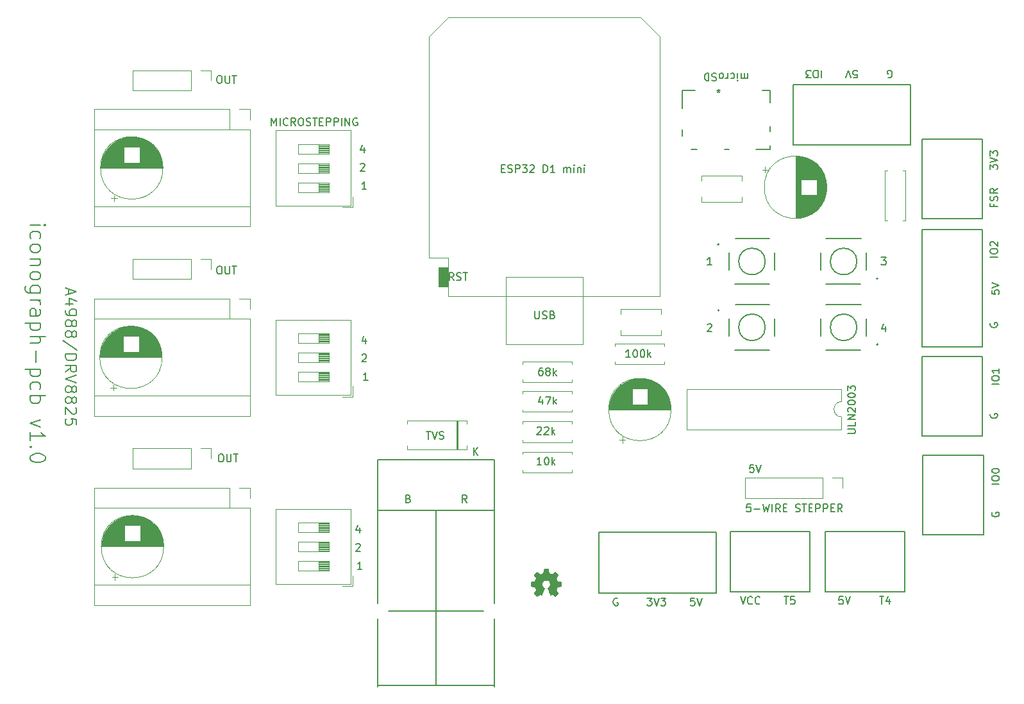
<source format=gbr>
%TF.GenerationSoftware,KiCad,Pcbnew,5.1.8-db9833491~88~ubuntu20.04.1*%
%TF.CreationDate,2020-12-18T16:20:58-07:00*%
%TF.ProjectId,iconograph-pcb,69636f6e-6f67-4726-9170-682d7063622e,rev?*%
%TF.SameCoordinates,Original*%
%TF.FileFunction,Legend,Top*%
%TF.FilePolarity,Positive*%
%FSLAX46Y46*%
G04 Gerber Fmt 4.6, Leading zero omitted, Abs format (unit mm)*
G04 Created by KiCad (PCBNEW 5.1.8-db9833491~88~ubuntu20.04.1) date 2020-12-18 16:20:58*
%MOMM*%
%LPD*%
G01*
G04 APERTURE LIST*
%ADD10C,0.200000*%
%ADD11C,0.150000*%
%ADD12C,0.002540*%
%ADD13C,0.120000*%
%ADD14C,0.100000*%
%ADD15C,0.127000*%
%ADD16C,0.152400*%
G04 APERTURE END LIST*
D10*
X68095238Y-59980952D02*
X69428571Y-59980952D01*
X70095238Y-59980952D02*
X70000000Y-59885714D01*
X69904761Y-59980952D01*
X70000000Y-60076190D01*
X70095238Y-59980952D01*
X69904761Y-59980952D01*
X68190476Y-61790476D02*
X68095238Y-61600000D01*
X68095238Y-61219047D01*
X68190476Y-61028571D01*
X68285714Y-60933333D01*
X68476190Y-60838095D01*
X69047619Y-60838095D01*
X69238095Y-60933333D01*
X69333333Y-61028571D01*
X69428571Y-61219047D01*
X69428571Y-61600000D01*
X69333333Y-61790476D01*
X68095238Y-62933333D02*
X68190476Y-62742857D01*
X68285714Y-62647619D01*
X68476190Y-62552380D01*
X69047619Y-62552380D01*
X69238095Y-62647619D01*
X69333333Y-62742857D01*
X69428571Y-62933333D01*
X69428571Y-63219047D01*
X69333333Y-63409523D01*
X69238095Y-63504761D01*
X69047619Y-63600000D01*
X68476190Y-63600000D01*
X68285714Y-63504761D01*
X68190476Y-63409523D01*
X68095238Y-63219047D01*
X68095238Y-62933333D01*
X69428571Y-64457142D02*
X68095238Y-64457142D01*
X69238095Y-64457142D02*
X69333333Y-64552380D01*
X69428571Y-64742857D01*
X69428571Y-65028571D01*
X69333333Y-65219047D01*
X69142857Y-65314285D01*
X68095238Y-65314285D01*
X68095238Y-66552380D02*
X68190476Y-66361904D01*
X68285714Y-66266666D01*
X68476190Y-66171428D01*
X69047619Y-66171428D01*
X69238095Y-66266666D01*
X69333333Y-66361904D01*
X69428571Y-66552380D01*
X69428571Y-66838095D01*
X69333333Y-67028571D01*
X69238095Y-67123809D01*
X69047619Y-67219047D01*
X68476190Y-67219047D01*
X68285714Y-67123809D01*
X68190476Y-67028571D01*
X68095238Y-66838095D01*
X68095238Y-66552380D01*
X69428571Y-68933333D02*
X67809523Y-68933333D01*
X67619047Y-68838095D01*
X67523809Y-68742857D01*
X67428571Y-68552380D01*
X67428571Y-68266666D01*
X67523809Y-68076190D01*
X68190476Y-68933333D02*
X68095238Y-68742857D01*
X68095238Y-68361904D01*
X68190476Y-68171428D01*
X68285714Y-68076190D01*
X68476190Y-67980952D01*
X69047619Y-67980952D01*
X69238095Y-68076190D01*
X69333333Y-68171428D01*
X69428571Y-68361904D01*
X69428571Y-68742857D01*
X69333333Y-68933333D01*
X68095238Y-69885714D02*
X69428571Y-69885714D01*
X69047619Y-69885714D02*
X69238095Y-69980952D01*
X69333333Y-70076190D01*
X69428571Y-70266666D01*
X69428571Y-70457142D01*
X68095238Y-71980952D02*
X69142857Y-71980952D01*
X69333333Y-71885714D01*
X69428571Y-71695238D01*
X69428571Y-71314285D01*
X69333333Y-71123809D01*
X68190476Y-71980952D02*
X68095238Y-71790476D01*
X68095238Y-71314285D01*
X68190476Y-71123809D01*
X68380952Y-71028571D01*
X68571428Y-71028571D01*
X68761904Y-71123809D01*
X68857142Y-71314285D01*
X68857142Y-71790476D01*
X68952380Y-71980952D01*
X69428571Y-72933333D02*
X67428571Y-72933333D01*
X69333333Y-72933333D02*
X69428571Y-73123809D01*
X69428571Y-73504761D01*
X69333333Y-73695238D01*
X69238095Y-73790476D01*
X69047619Y-73885714D01*
X68476190Y-73885714D01*
X68285714Y-73790476D01*
X68190476Y-73695238D01*
X68095238Y-73504761D01*
X68095238Y-73123809D01*
X68190476Y-72933333D01*
X68095238Y-74742857D02*
X70095238Y-74742857D01*
X68095238Y-75600000D02*
X69142857Y-75600000D01*
X69333333Y-75504761D01*
X69428571Y-75314285D01*
X69428571Y-75028571D01*
X69333333Y-74838095D01*
X69238095Y-74742857D01*
X68857142Y-76552380D02*
X68857142Y-78076190D01*
X69428571Y-79028571D02*
X67428571Y-79028571D01*
X69333333Y-79028571D02*
X69428571Y-79219047D01*
X69428571Y-79600000D01*
X69333333Y-79790476D01*
X69238095Y-79885714D01*
X69047619Y-79980952D01*
X68476190Y-79980952D01*
X68285714Y-79885714D01*
X68190476Y-79790476D01*
X68095238Y-79600000D01*
X68095238Y-79219047D01*
X68190476Y-79028571D01*
X68190476Y-81695238D02*
X68095238Y-81504761D01*
X68095238Y-81123809D01*
X68190476Y-80933333D01*
X68285714Y-80838095D01*
X68476190Y-80742857D01*
X69047619Y-80742857D01*
X69238095Y-80838095D01*
X69333333Y-80933333D01*
X69428571Y-81123809D01*
X69428571Y-81504761D01*
X69333333Y-81695238D01*
X68095238Y-82552380D02*
X70095238Y-82552380D01*
X69333333Y-82552380D02*
X69428571Y-82742857D01*
X69428571Y-83123809D01*
X69333333Y-83314285D01*
X69238095Y-83409523D01*
X69047619Y-83504761D01*
X68476190Y-83504761D01*
X68285714Y-83409523D01*
X68190476Y-83314285D01*
X68095238Y-83123809D01*
X68095238Y-82742857D01*
X68190476Y-82552380D01*
X69428571Y-85695238D02*
X68095238Y-86171428D01*
X69428571Y-86647619D01*
X68095238Y-88457142D02*
X68095238Y-87314285D01*
X68095238Y-87885714D02*
X70095238Y-87885714D01*
X69809523Y-87695238D01*
X69619047Y-87504761D01*
X69523809Y-87314285D01*
X68285714Y-89314285D02*
X68190476Y-89409523D01*
X68095238Y-89314285D01*
X68190476Y-89219047D01*
X68285714Y-89314285D01*
X68095238Y-89314285D01*
X70095238Y-90647619D02*
X70095238Y-90838095D01*
X70000000Y-91028571D01*
X69904761Y-91123809D01*
X69714285Y-91219047D01*
X69333333Y-91314285D01*
X68857142Y-91314285D01*
X68476190Y-91219047D01*
X68285714Y-91123809D01*
X68190476Y-91028571D01*
X68095238Y-90838095D01*
X68095238Y-90647619D01*
X68190476Y-90457142D01*
X68285714Y-90361904D01*
X68476190Y-90266666D01*
X68857142Y-90171428D01*
X69333333Y-90171428D01*
X69714285Y-90266666D01*
X69904761Y-90361904D01*
X70000000Y-90457142D01*
X70095238Y-90647619D01*
D11*
X180990476Y-73385714D02*
X180990476Y-74052380D01*
X180752380Y-73004761D02*
X180514285Y-73719047D01*
X181133333Y-73719047D01*
X180466666Y-64252380D02*
X181085714Y-64252380D01*
X180752380Y-64633333D01*
X180895238Y-64633333D01*
X180990476Y-64680952D01*
X181038095Y-64728571D01*
X181085714Y-64823809D01*
X181085714Y-65061904D01*
X181038095Y-65157142D01*
X180990476Y-65204761D01*
X180895238Y-65252380D01*
X180609523Y-65252380D01*
X180514285Y-65204761D01*
X180466666Y-65157142D01*
X157514285Y-73147619D02*
X157561904Y-73100000D01*
X157657142Y-73052380D01*
X157895238Y-73052380D01*
X157990476Y-73100000D01*
X158038095Y-73147619D01*
X158085714Y-73242857D01*
X158085714Y-73338095D01*
X158038095Y-73480952D01*
X157466666Y-74052380D01*
X158085714Y-74052380D01*
X158085714Y-65252380D02*
X157514285Y-65252380D01*
X157800000Y-65252380D02*
X157800000Y-64252380D01*
X157704761Y-64395238D01*
X157609523Y-64490476D01*
X157514285Y-64538095D01*
X93200000Y-90252380D02*
X93390476Y-90252380D01*
X93485714Y-90300000D01*
X93580952Y-90395238D01*
X93628571Y-90585714D01*
X93628571Y-90919047D01*
X93580952Y-91109523D01*
X93485714Y-91204761D01*
X93390476Y-91252380D01*
X93200000Y-91252380D01*
X93104761Y-91204761D01*
X93009523Y-91109523D01*
X92961904Y-90919047D01*
X92961904Y-90585714D01*
X93009523Y-90395238D01*
X93104761Y-90300000D01*
X93200000Y-90252380D01*
X94057142Y-90252380D02*
X94057142Y-91061904D01*
X94104761Y-91157142D01*
X94152380Y-91204761D01*
X94247619Y-91252380D01*
X94438095Y-91252380D01*
X94533333Y-91204761D01*
X94580952Y-91157142D01*
X94628571Y-91061904D01*
X94628571Y-90252380D01*
X94961904Y-90252380D02*
X95533333Y-90252380D01*
X95247619Y-91252380D02*
X95247619Y-90252380D01*
X93000000Y-65452380D02*
X93190476Y-65452380D01*
X93285714Y-65500000D01*
X93380952Y-65595238D01*
X93428571Y-65785714D01*
X93428571Y-66119047D01*
X93380952Y-66309523D01*
X93285714Y-66404761D01*
X93190476Y-66452380D01*
X93000000Y-66452380D01*
X92904761Y-66404761D01*
X92809523Y-66309523D01*
X92761904Y-66119047D01*
X92761904Y-65785714D01*
X92809523Y-65595238D01*
X92904761Y-65500000D01*
X93000000Y-65452380D01*
X93857142Y-65452380D02*
X93857142Y-66261904D01*
X93904761Y-66357142D01*
X93952380Y-66404761D01*
X94047619Y-66452380D01*
X94238095Y-66452380D01*
X94333333Y-66404761D01*
X94380952Y-66357142D01*
X94428571Y-66261904D01*
X94428571Y-65452380D01*
X94761904Y-65452380D02*
X95333333Y-65452380D01*
X95047619Y-66452380D02*
X95047619Y-65452380D01*
X93000000Y-40252380D02*
X93190476Y-40252380D01*
X93285714Y-40300000D01*
X93380952Y-40395238D01*
X93428571Y-40585714D01*
X93428571Y-40919047D01*
X93380952Y-41109523D01*
X93285714Y-41204761D01*
X93190476Y-41252380D01*
X93000000Y-41252380D01*
X92904761Y-41204761D01*
X92809523Y-41109523D01*
X92761904Y-40919047D01*
X92761904Y-40585714D01*
X92809523Y-40395238D01*
X92904761Y-40300000D01*
X93000000Y-40252380D01*
X93857142Y-40252380D02*
X93857142Y-41061904D01*
X93904761Y-41157142D01*
X93952380Y-41204761D01*
X94047619Y-41252380D01*
X94238095Y-41252380D01*
X94333333Y-41204761D01*
X94380952Y-41157142D01*
X94428571Y-41061904D01*
X94428571Y-40252380D01*
X94761904Y-40252380D02*
X95333333Y-40252380D01*
X95047619Y-41252380D02*
X95047619Y-40252380D01*
X163214285Y-96852380D02*
X162738095Y-96852380D01*
X162690476Y-97328571D01*
X162738095Y-97280952D01*
X162833333Y-97233333D01*
X163071428Y-97233333D01*
X163166666Y-97280952D01*
X163214285Y-97328571D01*
X163261904Y-97423809D01*
X163261904Y-97661904D01*
X163214285Y-97757142D01*
X163166666Y-97804761D01*
X163071428Y-97852380D01*
X162833333Y-97852380D01*
X162738095Y-97804761D01*
X162690476Y-97757142D01*
X163690476Y-97471428D02*
X164452380Y-97471428D01*
X164833333Y-96852380D02*
X165071428Y-97852380D01*
X165261904Y-97138095D01*
X165452380Y-97852380D01*
X165690476Y-96852380D01*
X166071428Y-97852380D02*
X166071428Y-96852380D01*
X167119047Y-97852380D02*
X166785714Y-97376190D01*
X166547619Y-97852380D02*
X166547619Y-96852380D01*
X166928571Y-96852380D01*
X167023809Y-96900000D01*
X167071428Y-96947619D01*
X167119047Y-97042857D01*
X167119047Y-97185714D01*
X167071428Y-97280952D01*
X167023809Y-97328571D01*
X166928571Y-97376190D01*
X166547619Y-97376190D01*
X167547619Y-97328571D02*
X167880952Y-97328571D01*
X168023809Y-97852380D02*
X167547619Y-97852380D01*
X167547619Y-96852380D01*
X168023809Y-96852380D01*
X169166666Y-97804761D02*
X169309523Y-97852380D01*
X169547619Y-97852380D01*
X169642857Y-97804761D01*
X169690476Y-97757142D01*
X169738095Y-97661904D01*
X169738095Y-97566666D01*
X169690476Y-97471428D01*
X169642857Y-97423809D01*
X169547619Y-97376190D01*
X169357142Y-97328571D01*
X169261904Y-97280952D01*
X169214285Y-97233333D01*
X169166666Y-97138095D01*
X169166666Y-97042857D01*
X169214285Y-96947619D01*
X169261904Y-96900000D01*
X169357142Y-96852380D01*
X169595238Y-96852380D01*
X169738095Y-96900000D01*
X170023809Y-96852380D02*
X170595238Y-96852380D01*
X170309523Y-97852380D02*
X170309523Y-96852380D01*
X170928571Y-97328571D02*
X171261904Y-97328571D01*
X171404761Y-97852380D02*
X170928571Y-97852380D01*
X170928571Y-96852380D01*
X171404761Y-96852380D01*
X171833333Y-97852380D02*
X171833333Y-96852380D01*
X172214285Y-96852380D01*
X172309523Y-96900000D01*
X172357142Y-96947619D01*
X172404761Y-97042857D01*
X172404761Y-97185714D01*
X172357142Y-97280952D01*
X172309523Y-97328571D01*
X172214285Y-97376190D01*
X171833333Y-97376190D01*
X172833333Y-97852380D02*
X172833333Y-96852380D01*
X173214285Y-96852380D01*
X173309523Y-96900000D01*
X173357142Y-96947619D01*
X173404761Y-97042857D01*
X173404761Y-97185714D01*
X173357142Y-97280952D01*
X173309523Y-97328571D01*
X173214285Y-97376190D01*
X172833333Y-97376190D01*
X173833333Y-97328571D02*
X174166666Y-97328571D01*
X174309523Y-97852380D02*
X173833333Y-97852380D01*
X173833333Y-96852380D01*
X174309523Y-96852380D01*
X175309523Y-97852380D02*
X174976190Y-97376190D01*
X174738095Y-97852380D02*
X174738095Y-96852380D01*
X175119047Y-96852380D01*
X175214285Y-96900000D01*
X175261904Y-96947619D01*
X175309523Y-97042857D01*
X175309523Y-97185714D01*
X175261904Y-97280952D01*
X175214285Y-97328571D01*
X175119047Y-97376190D01*
X174738095Y-97376190D01*
X163609523Y-91652380D02*
X163133333Y-91652380D01*
X163085714Y-92128571D01*
X163133333Y-92080952D01*
X163228571Y-92033333D01*
X163466666Y-92033333D01*
X163561904Y-92080952D01*
X163609523Y-92128571D01*
X163657142Y-92223809D01*
X163657142Y-92461904D01*
X163609523Y-92557142D01*
X163561904Y-92604761D01*
X163466666Y-92652380D01*
X163228571Y-92652380D01*
X163133333Y-92604761D01*
X163085714Y-92557142D01*
X163942857Y-91652380D02*
X164276190Y-92652380D01*
X164609523Y-91652380D01*
X130323809Y-52528571D02*
X130657142Y-52528571D01*
X130800000Y-53052380D02*
X130323809Y-53052380D01*
X130323809Y-52052380D01*
X130800000Y-52052380D01*
X131180952Y-53004761D02*
X131323809Y-53052380D01*
X131561904Y-53052380D01*
X131657142Y-53004761D01*
X131704761Y-52957142D01*
X131752380Y-52861904D01*
X131752380Y-52766666D01*
X131704761Y-52671428D01*
X131657142Y-52623809D01*
X131561904Y-52576190D01*
X131371428Y-52528571D01*
X131276190Y-52480952D01*
X131228571Y-52433333D01*
X131180952Y-52338095D01*
X131180952Y-52242857D01*
X131228571Y-52147619D01*
X131276190Y-52100000D01*
X131371428Y-52052380D01*
X131609523Y-52052380D01*
X131752380Y-52100000D01*
X132180952Y-53052380D02*
X132180952Y-52052380D01*
X132561904Y-52052380D01*
X132657142Y-52100000D01*
X132704761Y-52147619D01*
X132752380Y-52242857D01*
X132752380Y-52385714D01*
X132704761Y-52480952D01*
X132657142Y-52528571D01*
X132561904Y-52576190D01*
X132180952Y-52576190D01*
X133085714Y-52052380D02*
X133704761Y-52052380D01*
X133371428Y-52433333D01*
X133514285Y-52433333D01*
X133609523Y-52480952D01*
X133657142Y-52528571D01*
X133704761Y-52623809D01*
X133704761Y-52861904D01*
X133657142Y-52957142D01*
X133609523Y-53004761D01*
X133514285Y-53052380D01*
X133228571Y-53052380D01*
X133133333Y-53004761D01*
X133085714Y-52957142D01*
X134085714Y-52147619D02*
X134133333Y-52100000D01*
X134228571Y-52052380D01*
X134466666Y-52052380D01*
X134561904Y-52100000D01*
X134609523Y-52147619D01*
X134657142Y-52242857D01*
X134657142Y-52338095D01*
X134609523Y-52480952D01*
X134038095Y-53052380D01*
X134657142Y-53052380D01*
X135847619Y-53052380D02*
X135847619Y-52052380D01*
X136085714Y-52052380D01*
X136228571Y-52100000D01*
X136323809Y-52195238D01*
X136371428Y-52290476D01*
X136419047Y-52480952D01*
X136419047Y-52623809D01*
X136371428Y-52814285D01*
X136323809Y-52909523D01*
X136228571Y-53004761D01*
X136085714Y-53052380D01*
X135847619Y-53052380D01*
X137371428Y-53052380D02*
X136800000Y-53052380D01*
X137085714Y-53052380D02*
X137085714Y-52052380D01*
X136990476Y-52195238D01*
X136895238Y-52290476D01*
X136800000Y-52338095D01*
X138561904Y-53052380D02*
X138561904Y-52385714D01*
X138561904Y-52480952D02*
X138609523Y-52433333D01*
X138704761Y-52385714D01*
X138847619Y-52385714D01*
X138942857Y-52433333D01*
X138990476Y-52528571D01*
X138990476Y-53052380D01*
X138990476Y-52528571D02*
X139038095Y-52433333D01*
X139133333Y-52385714D01*
X139276190Y-52385714D01*
X139371428Y-52433333D01*
X139419047Y-52528571D01*
X139419047Y-53052380D01*
X139895238Y-53052380D02*
X139895238Y-52385714D01*
X139895238Y-52052380D02*
X139847619Y-52100000D01*
X139895238Y-52147619D01*
X139942857Y-52100000D01*
X139895238Y-52052380D01*
X139895238Y-52147619D01*
X140371428Y-52385714D02*
X140371428Y-53052380D01*
X140371428Y-52480952D02*
X140419047Y-52433333D01*
X140514285Y-52385714D01*
X140657142Y-52385714D01*
X140752380Y-52433333D01*
X140800000Y-52528571D01*
X140800000Y-53052380D01*
X141276190Y-53052380D02*
X141276190Y-52385714D01*
X141276190Y-52052380D02*
X141228571Y-52100000D01*
X141276190Y-52147619D01*
X141323809Y-52100000D01*
X141276190Y-52052380D01*
X141276190Y-52147619D01*
X99933333Y-46852380D02*
X99933333Y-45852380D01*
X100266666Y-46566666D01*
X100600000Y-45852380D01*
X100600000Y-46852380D01*
X101076190Y-46852380D02*
X101076190Y-45852380D01*
X102123809Y-46757142D02*
X102076190Y-46804761D01*
X101933333Y-46852380D01*
X101838095Y-46852380D01*
X101695238Y-46804761D01*
X101600000Y-46709523D01*
X101552380Y-46614285D01*
X101504761Y-46423809D01*
X101504761Y-46280952D01*
X101552380Y-46090476D01*
X101600000Y-45995238D01*
X101695238Y-45900000D01*
X101838095Y-45852380D01*
X101933333Y-45852380D01*
X102076190Y-45900000D01*
X102123809Y-45947619D01*
X103123809Y-46852380D02*
X102790476Y-46376190D01*
X102552380Y-46852380D02*
X102552380Y-45852380D01*
X102933333Y-45852380D01*
X103028571Y-45900000D01*
X103076190Y-45947619D01*
X103123809Y-46042857D01*
X103123809Y-46185714D01*
X103076190Y-46280952D01*
X103028571Y-46328571D01*
X102933333Y-46376190D01*
X102552380Y-46376190D01*
X103742857Y-45852380D02*
X103933333Y-45852380D01*
X104028571Y-45900000D01*
X104123809Y-45995238D01*
X104171428Y-46185714D01*
X104171428Y-46519047D01*
X104123809Y-46709523D01*
X104028571Y-46804761D01*
X103933333Y-46852380D01*
X103742857Y-46852380D01*
X103647619Y-46804761D01*
X103552380Y-46709523D01*
X103504761Y-46519047D01*
X103504761Y-46185714D01*
X103552380Y-45995238D01*
X103647619Y-45900000D01*
X103742857Y-45852380D01*
X104552380Y-46804761D02*
X104695238Y-46852380D01*
X104933333Y-46852380D01*
X105028571Y-46804761D01*
X105076190Y-46757142D01*
X105123809Y-46661904D01*
X105123809Y-46566666D01*
X105076190Y-46471428D01*
X105028571Y-46423809D01*
X104933333Y-46376190D01*
X104742857Y-46328571D01*
X104647619Y-46280952D01*
X104600000Y-46233333D01*
X104552380Y-46138095D01*
X104552380Y-46042857D01*
X104600000Y-45947619D01*
X104647619Y-45900000D01*
X104742857Y-45852380D01*
X104980952Y-45852380D01*
X105123809Y-45900000D01*
X105409523Y-45852380D02*
X105980952Y-45852380D01*
X105695238Y-46852380D02*
X105695238Y-45852380D01*
X106314285Y-46328571D02*
X106647619Y-46328571D01*
X106790476Y-46852380D02*
X106314285Y-46852380D01*
X106314285Y-45852380D01*
X106790476Y-45852380D01*
X107219047Y-46852380D02*
X107219047Y-45852380D01*
X107600000Y-45852380D01*
X107695238Y-45900000D01*
X107742857Y-45947619D01*
X107790476Y-46042857D01*
X107790476Y-46185714D01*
X107742857Y-46280952D01*
X107695238Y-46328571D01*
X107600000Y-46376190D01*
X107219047Y-46376190D01*
X108219047Y-46852380D02*
X108219047Y-45852380D01*
X108600000Y-45852380D01*
X108695238Y-45900000D01*
X108742857Y-45947619D01*
X108790476Y-46042857D01*
X108790476Y-46185714D01*
X108742857Y-46280952D01*
X108695238Y-46328571D01*
X108600000Y-46376190D01*
X108219047Y-46376190D01*
X109219047Y-46852380D02*
X109219047Y-45852380D01*
X109695238Y-46852380D02*
X109695238Y-45852380D01*
X110266666Y-46852380D01*
X110266666Y-45852380D01*
X111266666Y-45900000D02*
X111171428Y-45852380D01*
X111028571Y-45852380D01*
X110885714Y-45900000D01*
X110790476Y-45995238D01*
X110742857Y-46090476D01*
X110695238Y-46280952D01*
X110695238Y-46423809D01*
X110742857Y-46614285D01*
X110790476Y-46709523D01*
X110885714Y-46804761D01*
X111028571Y-46852380D01*
X111123809Y-46852380D01*
X111266666Y-46804761D01*
X111314285Y-46757142D01*
X111314285Y-46423809D01*
X111123809Y-46423809D01*
X73150000Y-68400000D02*
X73150000Y-69114285D01*
X72721428Y-68257142D02*
X74221428Y-68757142D01*
X72721428Y-69257142D01*
X73721428Y-70400000D02*
X72721428Y-70400000D01*
X74292857Y-70042857D02*
X73221428Y-69685714D01*
X73221428Y-70614285D01*
X72721428Y-71257142D02*
X72721428Y-71542857D01*
X72792857Y-71685714D01*
X72864285Y-71757142D01*
X73078571Y-71900000D01*
X73364285Y-71971428D01*
X73935714Y-71971428D01*
X74078571Y-71900000D01*
X74150000Y-71828571D01*
X74221428Y-71685714D01*
X74221428Y-71400000D01*
X74150000Y-71257142D01*
X74078571Y-71185714D01*
X73935714Y-71114285D01*
X73578571Y-71114285D01*
X73435714Y-71185714D01*
X73364285Y-71257142D01*
X73292857Y-71400000D01*
X73292857Y-71685714D01*
X73364285Y-71828571D01*
X73435714Y-71900000D01*
X73578571Y-71971428D01*
X73578571Y-72828571D02*
X73650000Y-72685714D01*
X73721428Y-72614285D01*
X73864285Y-72542857D01*
X73935714Y-72542857D01*
X74078571Y-72614285D01*
X74150000Y-72685714D01*
X74221428Y-72828571D01*
X74221428Y-73114285D01*
X74150000Y-73257142D01*
X74078571Y-73328571D01*
X73935714Y-73400000D01*
X73864285Y-73400000D01*
X73721428Y-73328571D01*
X73650000Y-73257142D01*
X73578571Y-73114285D01*
X73578571Y-72828571D01*
X73507142Y-72685714D01*
X73435714Y-72614285D01*
X73292857Y-72542857D01*
X73007142Y-72542857D01*
X72864285Y-72614285D01*
X72792857Y-72685714D01*
X72721428Y-72828571D01*
X72721428Y-73114285D01*
X72792857Y-73257142D01*
X72864285Y-73328571D01*
X73007142Y-73400000D01*
X73292857Y-73400000D01*
X73435714Y-73328571D01*
X73507142Y-73257142D01*
X73578571Y-73114285D01*
X73578571Y-74257142D02*
X73650000Y-74114285D01*
X73721428Y-74042857D01*
X73864285Y-73971428D01*
X73935714Y-73971428D01*
X74078571Y-74042857D01*
X74150000Y-74114285D01*
X74221428Y-74257142D01*
X74221428Y-74542857D01*
X74150000Y-74685714D01*
X74078571Y-74757142D01*
X73935714Y-74828571D01*
X73864285Y-74828571D01*
X73721428Y-74757142D01*
X73650000Y-74685714D01*
X73578571Y-74542857D01*
X73578571Y-74257142D01*
X73507142Y-74114285D01*
X73435714Y-74042857D01*
X73292857Y-73971428D01*
X73007142Y-73971428D01*
X72864285Y-74042857D01*
X72792857Y-74114285D01*
X72721428Y-74257142D01*
X72721428Y-74542857D01*
X72792857Y-74685714D01*
X72864285Y-74757142D01*
X73007142Y-74828571D01*
X73292857Y-74828571D01*
X73435714Y-74757142D01*
X73507142Y-74685714D01*
X73578571Y-74542857D01*
X74292857Y-76542857D02*
X72364285Y-75257142D01*
X72721428Y-77042857D02*
X74221428Y-77042857D01*
X74221428Y-77400000D01*
X74150000Y-77614285D01*
X74007142Y-77757142D01*
X73864285Y-77828571D01*
X73578571Y-77900000D01*
X73364285Y-77900000D01*
X73078571Y-77828571D01*
X72935714Y-77757142D01*
X72792857Y-77614285D01*
X72721428Y-77400000D01*
X72721428Y-77042857D01*
X72721428Y-79400000D02*
X73435714Y-78900000D01*
X72721428Y-78542857D02*
X74221428Y-78542857D01*
X74221428Y-79114285D01*
X74150000Y-79257142D01*
X74078571Y-79328571D01*
X73935714Y-79400000D01*
X73721428Y-79400000D01*
X73578571Y-79328571D01*
X73507142Y-79257142D01*
X73435714Y-79114285D01*
X73435714Y-78542857D01*
X74221428Y-79828571D02*
X72721428Y-80328571D01*
X74221428Y-80828571D01*
X73578571Y-81542857D02*
X73650000Y-81400000D01*
X73721428Y-81328571D01*
X73864285Y-81257142D01*
X73935714Y-81257142D01*
X74078571Y-81328571D01*
X74150000Y-81400000D01*
X74221428Y-81542857D01*
X74221428Y-81828571D01*
X74150000Y-81971428D01*
X74078571Y-82042857D01*
X73935714Y-82114285D01*
X73864285Y-82114285D01*
X73721428Y-82042857D01*
X73650000Y-81971428D01*
X73578571Y-81828571D01*
X73578571Y-81542857D01*
X73507142Y-81400000D01*
X73435714Y-81328571D01*
X73292857Y-81257142D01*
X73007142Y-81257142D01*
X72864285Y-81328571D01*
X72792857Y-81400000D01*
X72721428Y-81542857D01*
X72721428Y-81828571D01*
X72792857Y-81971428D01*
X72864285Y-82042857D01*
X73007142Y-82114285D01*
X73292857Y-82114285D01*
X73435714Y-82042857D01*
X73507142Y-81971428D01*
X73578571Y-81828571D01*
X73578571Y-82971428D02*
X73650000Y-82828571D01*
X73721428Y-82757142D01*
X73864285Y-82685714D01*
X73935714Y-82685714D01*
X74078571Y-82757142D01*
X74150000Y-82828571D01*
X74221428Y-82971428D01*
X74221428Y-83257142D01*
X74150000Y-83400000D01*
X74078571Y-83471428D01*
X73935714Y-83542857D01*
X73864285Y-83542857D01*
X73721428Y-83471428D01*
X73650000Y-83400000D01*
X73578571Y-83257142D01*
X73578571Y-82971428D01*
X73507142Y-82828571D01*
X73435714Y-82757142D01*
X73292857Y-82685714D01*
X73007142Y-82685714D01*
X72864285Y-82757142D01*
X72792857Y-82828571D01*
X72721428Y-82971428D01*
X72721428Y-83257142D01*
X72792857Y-83400000D01*
X72864285Y-83471428D01*
X73007142Y-83542857D01*
X73292857Y-83542857D01*
X73435714Y-83471428D01*
X73507142Y-83400000D01*
X73578571Y-83257142D01*
X74078571Y-84114285D02*
X74150000Y-84185714D01*
X74221428Y-84328571D01*
X74221428Y-84685714D01*
X74150000Y-84828571D01*
X74078571Y-84900000D01*
X73935714Y-84971428D01*
X73792857Y-84971428D01*
X73578571Y-84900000D01*
X72721428Y-84042857D01*
X72721428Y-84971428D01*
X74221428Y-86328571D02*
X74221428Y-85614285D01*
X73507142Y-85542857D01*
X73578571Y-85614285D01*
X73650000Y-85757142D01*
X73650000Y-86114285D01*
X73578571Y-86257142D01*
X73507142Y-86328571D01*
X73364285Y-86400000D01*
X73007142Y-86400000D01*
X72864285Y-86328571D01*
X72792857Y-86257142D01*
X72721428Y-86114285D01*
X72721428Y-85757142D01*
X72792857Y-85614285D01*
X72864285Y-85542857D01*
X176052380Y-87519047D02*
X176861904Y-87519047D01*
X176957142Y-87471428D01*
X177004761Y-87423809D01*
X177052380Y-87328571D01*
X177052380Y-87138095D01*
X177004761Y-87042857D01*
X176957142Y-86995238D01*
X176861904Y-86947619D01*
X176052380Y-86947619D01*
X177052380Y-85995238D02*
X177052380Y-86471428D01*
X176052380Y-86471428D01*
X177052380Y-85661904D02*
X176052380Y-85661904D01*
X177052380Y-85090476D01*
X176052380Y-85090476D01*
X176147619Y-84661904D02*
X176100000Y-84614285D01*
X176052380Y-84519047D01*
X176052380Y-84280952D01*
X176100000Y-84185714D01*
X176147619Y-84138095D01*
X176242857Y-84090476D01*
X176338095Y-84090476D01*
X176480952Y-84138095D01*
X177052380Y-84709523D01*
X177052380Y-84090476D01*
X176052380Y-83471428D02*
X176052380Y-83376190D01*
X176100000Y-83280952D01*
X176147619Y-83233333D01*
X176242857Y-83185714D01*
X176433333Y-83138095D01*
X176671428Y-83138095D01*
X176861904Y-83185714D01*
X176957142Y-83233333D01*
X177004761Y-83280952D01*
X177052380Y-83376190D01*
X177052380Y-83471428D01*
X177004761Y-83566666D01*
X176957142Y-83614285D01*
X176861904Y-83661904D01*
X176671428Y-83709523D01*
X176433333Y-83709523D01*
X176242857Y-83661904D01*
X176147619Y-83614285D01*
X176100000Y-83566666D01*
X176052380Y-83471428D01*
X176052380Y-82519047D02*
X176052380Y-82423809D01*
X176100000Y-82328571D01*
X176147619Y-82280952D01*
X176242857Y-82233333D01*
X176433333Y-82185714D01*
X176671428Y-82185714D01*
X176861904Y-82233333D01*
X176957142Y-82280952D01*
X177004761Y-82328571D01*
X177052380Y-82423809D01*
X177052380Y-82519047D01*
X177004761Y-82614285D01*
X176957142Y-82661904D01*
X176861904Y-82709523D01*
X176671428Y-82757142D01*
X176433333Y-82757142D01*
X176242857Y-82709523D01*
X176147619Y-82661904D01*
X176100000Y-82614285D01*
X176052380Y-82519047D01*
X176052380Y-81852380D02*
X176052380Y-81233333D01*
X176433333Y-81566666D01*
X176433333Y-81423809D01*
X176480952Y-81328571D01*
X176528571Y-81280952D01*
X176623809Y-81233333D01*
X176861904Y-81233333D01*
X176957142Y-81280952D01*
X177004761Y-81328571D01*
X177052380Y-81423809D01*
X177052380Y-81709523D01*
X177004761Y-81804761D01*
X176957142Y-81852380D01*
X162833333Y-39947619D02*
X162833333Y-40614285D01*
X162833333Y-40519047D02*
X162785714Y-40566666D01*
X162690476Y-40614285D01*
X162547619Y-40614285D01*
X162452380Y-40566666D01*
X162404761Y-40471428D01*
X162404761Y-39947619D01*
X162404761Y-40471428D02*
X162357142Y-40566666D01*
X162261904Y-40614285D01*
X162119047Y-40614285D01*
X162023809Y-40566666D01*
X161976190Y-40471428D01*
X161976190Y-39947619D01*
X161500000Y-39947619D02*
X161500000Y-40614285D01*
X161500000Y-40947619D02*
X161547619Y-40900000D01*
X161500000Y-40852380D01*
X161452380Y-40900000D01*
X161500000Y-40947619D01*
X161500000Y-40852380D01*
X160595238Y-39995238D02*
X160690476Y-39947619D01*
X160880952Y-39947619D01*
X160976190Y-39995238D01*
X161023809Y-40042857D01*
X161071428Y-40138095D01*
X161071428Y-40423809D01*
X161023809Y-40519047D01*
X160976190Y-40566666D01*
X160880952Y-40614285D01*
X160690476Y-40614285D01*
X160595238Y-40566666D01*
X160166666Y-39947619D02*
X160166666Y-40614285D01*
X160166666Y-40423809D02*
X160119047Y-40519047D01*
X160071428Y-40566666D01*
X159976190Y-40614285D01*
X159880952Y-40614285D01*
X159404761Y-39947619D02*
X159500000Y-39995238D01*
X159547619Y-40042857D01*
X159595238Y-40138095D01*
X159595238Y-40423809D01*
X159547619Y-40519047D01*
X159500000Y-40566666D01*
X159404761Y-40614285D01*
X159261904Y-40614285D01*
X159166666Y-40566666D01*
X159119047Y-40519047D01*
X159071428Y-40423809D01*
X159071428Y-40138095D01*
X159119047Y-40042857D01*
X159166666Y-39995238D01*
X159261904Y-39947619D01*
X159404761Y-39947619D01*
X158690476Y-39995238D02*
X158547619Y-39947619D01*
X158309523Y-39947619D01*
X158214285Y-39995238D01*
X158166666Y-40042857D01*
X158119047Y-40138095D01*
X158119047Y-40233333D01*
X158166666Y-40328571D01*
X158214285Y-40376190D01*
X158309523Y-40423809D01*
X158500000Y-40471428D01*
X158595238Y-40519047D01*
X158642857Y-40566666D01*
X158690476Y-40661904D01*
X158690476Y-40757142D01*
X158642857Y-40852380D01*
X158595238Y-40900000D01*
X158500000Y-40947619D01*
X158261904Y-40947619D01*
X158119047Y-40900000D01*
X157690476Y-39947619D02*
X157690476Y-40947619D01*
X157452380Y-40947619D01*
X157309523Y-40900000D01*
X157214285Y-40804761D01*
X157166666Y-40709523D01*
X157119047Y-40519047D01*
X157119047Y-40376190D01*
X157166666Y-40185714D01*
X157214285Y-40090476D01*
X157309523Y-39995238D01*
X157452380Y-39947619D01*
X157690476Y-39947619D01*
X120409523Y-87252380D02*
X120980952Y-87252380D01*
X120695238Y-88252380D02*
X120695238Y-87252380D01*
X121171428Y-87252380D02*
X121504761Y-88252380D01*
X121838095Y-87252380D01*
X122123809Y-88204761D02*
X122266666Y-88252380D01*
X122504761Y-88252380D01*
X122600000Y-88204761D01*
X122647619Y-88157142D01*
X122695238Y-88061904D01*
X122695238Y-87966666D01*
X122647619Y-87871428D01*
X122600000Y-87823809D01*
X122504761Y-87776190D01*
X122314285Y-87728571D01*
X122219047Y-87680952D01*
X122171428Y-87633333D01*
X122123809Y-87538095D01*
X122123809Y-87442857D01*
X122171428Y-87347619D01*
X122219047Y-87300000D01*
X122314285Y-87252380D01*
X122552380Y-87252380D01*
X122695238Y-87300000D01*
X147328571Y-77452380D02*
X146757142Y-77452380D01*
X147042857Y-77452380D02*
X147042857Y-76452380D01*
X146947619Y-76595238D01*
X146852380Y-76690476D01*
X146757142Y-76738095D01*
X147947619Y-76452380D02*
X148042857Y-76452380D01*
X148138095Y-76500000D01*
X148185714Y-76547619D01*
X148233333Y-76642857D01*
X148280952Y-76833333D01*
X148280952Y-77071428D01*
X148233333Y-77261904D01*
X148185714Y-77357142D01*
X148138095Y-77404761D01*
X148042857Y-77452380D01*
X147947619Y-77452380D01*
X147852380Y-77404761D01*
X147804761Y-77357142D01*
X147757142Y-77261904D01*
X147709523Y-77071428D01*
X147709523Y-76833333D01*
X147757142Y-76642857D01*
X147804761Y-76547619D01*
X147852380Y-76500000D01*
X147947619Y-76452380D01*
X148900000Y-76452380D02*
X148995238Y-76452380D01*
X149090476Y-76500000D01*
X149138095Y-76547619D01*
X149185714Y-76642857D01*
X149233333Y-76833333D01*
X149233333Y-77071428D01*
X149185714Y-77261904D01*
X149138095Y-77357142D01*
X149090476Y-77404761D01*
X148995238Y-77452380D01*
X148900000Y-77452380D01*
X148804761Y-77404761D01*
X148757142Y-77357142D01*
X148709523Y-77261904D01*
X148661904Y-77071428D01*
X148661904Y-76833333D01*
X148709523Y-76642857D01*
X148757142Y-76547619D01*
X148804761Y-76500000D01*
X148900000Y-76452380D01*
X149661904Y-77452380D02*
X149661904Y-76452380D01*
X149757142Y-77071428D02*
X150042857Y-77452380D01*
X150042857Y-76785714D02*
X149661904Y-77166666D01*
X135709523Y-78852380D02*
X135519047Y-78852380D01*
X135423809Y-78900000D01*
X135376190Y-78947619D01*
X135280952Y-79090476D01*
X135233333Y-79280952D01*
X135233333Y-79661904D01*
X135280952Y-79757142D01*
X135328571Y-79804761D01*
X135423809Y-79852380D01*
X135614285Y-79852380D01*
X135709523Y-79804761D01*
X135757142Y-79757142D01*
X135804761Y-79661904D01*
X135804761Y-79423809D01*
X135757142Y-79328571D01*
X135709523Y-79280952D01*
X135614285Y-79233333D01*
X135423809Y-79233333D01*
X135328571Y-79280952D01*
X135280952Y-79328571D01*
X135233333Y-79423809D01*
X136376190Y-79280952D02*
X136280952Y-79233333D01*
X136233333Y-79185714D01*
X136185714Y-79090476D01*
X136185714Y-79042857D01*
X136233333Y-78947619D01*
X136280952Y-78900000D01*
X136376190Y-78852380D01*
X136566666Y-78852380D01*
X136661904Y-78900000D01*
X136709523Y-78947619D01*
X136757142Y-79042857D01*
X136757142Y-79090476D01*
X136709523Y-79185714D01*
X136661904Y-79233333D01*
X136566666Y-79280952D01*
X136376190Y-79280952D01*
X136280952Y-79328571D01*
X136233333Y-79376190D01*
X136185714Y-79471428D01*
X136185714Y-79661904D01*
X136233333Y-79757142D01*
X136280952Y-79804761D01*
X136376190Y-79852380D01*
X136566666Y-79852380D01*
X136661904Y-79804761D01*
X136709523Y-79757142D01*
X136757142Y-79661904D01*
X136757142Y-79471428D01*
X136709523Y-79376190D01*
X136661904Y-79328571D01*
X136566666Y-79280952D01*
X137185714Y-79852380D02*
X137185714Y-78852380D01*
X137280952Y-79471428D02*
X137566666Y-79852380D01*
X137566666Y-79185714D02*
X137185714Y-79566666D01*
X135709523Y-82985714D02*
X135709523Y-83652380D01*
X135471428Y-82604761D02*
X135233333Y-83319047D01*
X135852380Y-83319047D01*
X136138095Y-82652380D02*
X136804761Y-82652380D01*
X136376190Y-83652380D01*
X137185714Y-83652380D02*
X137185714Y-82652380D01*
X137280952Y-83271428D02*
X137566666Y-83652380D01*
X137566666Y-82985714D02*
X137185714Y-83366666D01*
X135033333Y-86747619D02*
X135080952Y-86700000D01*
X135176190Y-86652380D01*
X135414285Y-86652380D01*
X135509523Y-86700000D01*
X135557142Y-86747619D01*
X135604761Y-86842857D01*
X135604761Y-86938095D01*
X135557142Y-87080952D01*
X134985714Y-87652380D01*
X135604761Y-87652380D01*
X135985714Y-86747619D02*
X136033333Y-86700000D01*
X136128571Y-86652380D01*
X136366666Y-86652380D01*
X136461904Y-86700000D01*
X136509523Y-86747619D01*
X136557142Y-86842857D01*
X136557142Y-86938095D01*
X136509523Y-87080952D01*
X135938095Y-87652380D01*
X136557142Y-87652380D01*
X136985714Y-87652380D02*
X136985714Y-86652380D01*
X137080952Y-87271428D02*
X137366666Y-87652380D01*
X137366666Y-86985714D02*
X136985714Y-87366666D01*
X135604761Y-91652380D02*
X135033333Y-91652380D01*
X135319047Y-91652380D02*
X135319047Y-90652380D01*
X135223809Y-90795238D01*
X135128571Y-90890476D01*
X135033333Y-90938095D01*
X136223809Y-90652380D02*
X136319047Y-90652380D01*
X136414285Y-90700000D01*
X136461904Y-90747619D01*
X136509523Y-90842857D01*
X136557142Y-91033333D01*
X136557142Y-91271428D01*
X136509523Y-91461904D01*
X136461904Y-91557142D01*
X136414285Y-91604761D01*
X136319047Y-91652380D01*
X136223809Y-91652380D01*
X136128571Y-91604761D01*
X136080952Y-91557142D01*
X136033333Y-91461904D01*
X135985714Y-91271428D01*
X135985714Y-91033333D01*
X136033333Y-90842857D01*
X136080952Y-90747619D01*
X136128571Y-90700000D01*
X136223809Y-90652380D01*
X136985714Y-91652380D02*
X136985714Y-90652380D01*
X137080952Y-91271428D02*
X137366666Y-91652380D01*
X137366666Y-90985714D02*
X136985714Y-91366666D01*
X181338095Y-40500000D02*
X181433333Y-40547619D01*
X181576190Y-40547619D01*
X181719047Y-40500000D01*
X181814285Y-40404761D01*
X181861904Y-40309523D01*
X181909523Y-40119047D01*
X181909523Y-39976190D01*
X181861904Y-39785714D01*
X181814285Y-39690476D01*
X181719047Y-39595238D01*
X181576190Y-39547619D01*
X181480952Y-39547619D01*
X181338095Y-39595238D01*
X181290476Y-39642857D01*
X181290476Y-39976190D01*
X181480952Y-39976190D01*
X176790476Y-40547619D02*
X177266666Y-40547619D01*
X177314285Y-40071428D01*
X177266666Y-40119047D01*
X177171428Y-40166666D01*
X176933333Y-40166666D01*
X176838095Y-40119047D01*
X176790476Y-40071428D01*
X176742857Y-39976190D01*
X176742857Y-39738095D01*
X176790476Y-39642857D01*
X176838095Y-39595238D01*
X176933333Y-39547619D01*
X177171428Y-39547619D01*
X177266666Y-39595238D01*
X177314285Y-39642857D01*
X176457142Y-40547619D02*
X176123809Y-39547619D01*
X175790476Y-40547619D01*
X172600000Y-39547619D02*
X172600000Y-40547619D01*
X171933333Y-40547619D02*
X171742857Y-40547619D01*
X171647619Y-40500000D01*
X171552380Y-40404761D01*
X171504761Y-40214285D01*
X171504761Y-39880952D01*
X171552380Y-39690476D01*
X171647619Y-39595238D01*
X171742857Y-39547619D01*
X171933333Y-39547619D01*
X172028571Y-39595238D01*
X172123809Y-39690476D01*
X172171428Y-39880952D01*
X172171428Y-40214285D01*
X172123809Y-40404761D01*
X172028571Y-40500000D01*
X171933333Y-40547619D01*
X171171428Y-40547619D02*
X170552380Y-40547619D01*
X170885714Y-40166666D01*
X170742857Y-40166666D01*
X170647619Y-40119047D01*
X170600000Y-40071428D01*
X170552380Y-39976190D01*
X170552380Y-39738095D01*
X170600000Y-39642857D01*
X170647619Y-39595238D01*
X170742857Y-39547619D01*
X171028571Y-39547619D01*
X171123809Y-39595238D01*
X171171428Y-39642857D01*
X194852380Y-52638095D02*
X194852380Y-52019047D01*
X195233333Y-52352380D01*
X195233333Y-52209523D01*
X195280952Y-52114285D01*
X195328571Y-52066666D01*
X195423809Y-52019047D01*
X195661904Y-52019047D01*
X195757142Y-52066666D01*
X195804761Y-52114285D01*
X195852380Y-52209523D01*
X195852380Y-52495238D01*
X195804761Y-52590476D01*
X195757142Y-52638095D01*
X194852380Y-51733333D02*
X195852380Y-51400000D01*
X194852380Y-51066666D01*
X194852380Y-50828571D02*
X194852380Y-50209523D01*
X195233333Y-50542857D01*
X195233333Y-50400000D01*
X195280952Y-50304761D01*
X195328571Y-50257142D01*
X195423809Y-50209523D01*
X195661904Y-50209523D01*
X195757142Y-50257142D01*
X195804761Y-50304761D01*
X195852380Y-50400000D01*
X195852380Y-50685714D01*
X195804761Y-50780952D01*
X195757142Y-50828571D01*
X195328571Y-57233333D02*
X195328571Y-57566666D01*
X195852380Y-57566666D02*
X194852380Y-57566666D01*
X194852380Y-57090476D01*
X195804761Y-56757142D02*
X195852380Y-56614285D01*
X195852380Y-56376190D01*
X195804761Y-56280952D01*
X195757142Y-56233333D01*
X195661904Y-56185714D01*
X195566666Y-56185714D01*
X195471428Y-56233333D01*
X195423809Y-56280952D01*
X195376190Y-56376190D01*
X195328571Y-56566666D01*
X195280952Y-56661904D01*
X195233333Y-56709523D01*
X195138095Y-56757142D01*
X195042857Y-56757142D01*
X194947619Y-56709523D01*
X194900000Y-56661904D01*
X194852380Y-56566666D01*
X194852380Y-56328571D01*
X194900000Y-56185714D01*
X195852380Y-55185714D02*
X195376190Y-55519047D01*
X195852380Y-55757142D02*
X194852380Y-55757142D01*
X194852380Y-55376190D01*
X194900000Y-55280952D01*
X194947619Y-55233333D01*
X195042857Y-55185714D01*
X195185714Y-55185714D01*
X195280952Y-55233333D01*
X195328571Y-55280952D01*
X195376190Y-55376190D01*
X195376190Y-55757142D01*
X195852380Y-64200000D02*
X194852380Y-64200000D01*
X194852380Y-63533333D02*
X194852380Y-63342857D01*
X194900000Y-63247619D01*
X194995238Y-63152380D01*
X195185714Y-63104761D01*
X195519047Y-63104761D01*
X195709523Y-63152380D01*
X195804761Y-63247619D01*
X195852380Y-63342857D01*
X195852380Y-63533333D01*
X195804761Y-63628571D01*
X195709523Y-63723809D01*
X195519047Y-63771428D01*
X195185714Y-63771428D01*
X194995238Y-63723809D01*
X194900000Y-63628571D01*
X194852380Y-63533333D01*
X194947619Y-62723809D02*
X194900000Y-62676190D01*
X194852380Y-62580952D01*
X194852380Y-62342857D01*
X194900000Y-62247619D01*
X194947619Y-62200000D01*
X195042857Y-62152380D01*
X195138095Y-62152380D01*
X195280952Y-62200000D01*
X195852380Y-62771428D01*
X195852380Y-62152380D01*
X195052380Y-68590476D02*
X195052380Y-69066666D01*
X195528571Y-69114285D01*
X195480952Y-69066666D01*
X195433333Y-68971428D01*
X195433333Y-68733333D01*
X195480952Y-68638095D01*
X195528571Y-68590476D01*
X195623809Y-68542857D01*
X195861904Y-68542857D01*
X195957142Y-68590476D01*
X196004761Y-68638095D01*
X196052380Y-68733333D01*
X196052380Y-68971428D01*
X196004761Y-69066666D01*
X195957142Y-69114285D01*
X195052380Y-68257142D02*
X196052380Y-67923809D01*
X195052380Y-67590476D01*
X194900000Y-72938095D02*
X194852380Y-73033333D01*
X194852380Y-73176190D01*
X194900000Y-73319047D01*
X194995238Y-73414285D01*
X195090476Y-73461904D01*
X195280952Y-73509523D01*
X195423809Y-73509523D01*
X195614285Y-73461904D01*
X195709523Y-73414285D01*
X195804761Y-73319047D01*
X195852380Y-73176190D01*
X195852380Y-73080952D01*
X195804761Y-72938095D01*
X195757142Y-72890476D01*
X195423809Y-72890476D01*
X195423809Y-73080952D01*
X196052380Y-81000000D02*
X195052380Y-81000000D01*
X195052380Y-80333333D02*
X195052380Y-80142857D01*
X195100000Y-80047619D01*
X195195238Y-79952380D01*
X195385714Y-79904761D01*
X195719047Y-79904761D01*
X195909523Y-79952380D01*
X196004761Y-80047619D01*
X196052380Y-80142857D01*
X196052380Y-80333333D01*
X196004761Y-80428571D01*
X195909523Y-80523809D01*
X195719047Y-80571428D01*
X195385714Y-80571428D01*
X195195238Y-80523809D01*
X195100000Y-80428571D01*
X195052380Y-80333333D01*
X196052380Y-78952380D02*
X196052380Y-79523809D01*
X196052380Y-79238095D02*
X195052380Y-79238095D01*
X195195238Y-79333333D01*
X195290476Y-79428571D01*
X195338095Y-79523809D01*
X194900000Y-84938095D02*
X194852380Y-85033333D01*
X194852380Y-85176190D01*
X194900000Y-85319047D01*
X194995238Y-85414285D01*
X195090476Y-85461904D01*
X195280952Y-85509523D01*
X195423809Y-85509523D01*
X195614285Y-85461904D01*
X195709523Y-85414285D01*
X195804761Y-85319047D01*
X195852380Y-85176190D01*
X195852380Y-85080952D01*
X195804761Y-84938095D01*
X195757142Y-84890476D01*
X195423809Y-84890476D01*
X195423809Y-85080952D01*
X196052380Y-94200000D02*
X195052380Y-94200000D01*
X195052380Y-93533333D02*
X195052380Y-93342857D01*
X195100000Y-93247619D01*
X195195238Y-93152380D01*
X195385714Y-93104761D01*
X195719047Y-93104761D01*
X195909523Y-93152380D01*
X196004761Y-93247619D01*
X196052380Y-93342857D01*
X196052380Y-93533333D01*
X196004761Y-93628571D01*
X195909523Y-93723809D01*
X195719047Y-93771428D01*
X195385714Y-93771428D01*
X195195238Y-93723809D01*
X195100000Y-93628571D01*
X195052380Y-93533333D01*
X195052380Y-92485714D02*
X195052380Y-92390476D01*
X195100000Y-92295238D01*
X195147619Y-92247619D01*
X195242857Y-92200000D01*
X195433333Y-92152380D01*
X195671428Y-92152380D01*
X195861904Y-92200000D01*
X195957142Y-92247619D01*
X196004761Y-92295238D01*
X196052380Y-92390476D01*
X196052380Y-92485714D01*
X196004761Y-92580952D01*
X195957142Y-92628571D01*
X195861904Y-92676190D01*
X195671428Y-92723809D01*
X195433333Y-92723809D01*
X195242857Y-92676190D01*
X195147619Y-92628571D01*
X195100000Y-92580952D01*
X195052380Y-92485714D01*
X195100000Y-97938095D02*
X195052380Y-98033333D01*
X195052380Y-98176190D01*
X195100000Y-98319047D01*
X195195238Y-98414285D01*
X195290476Y-98461904D01*
X195480952Y-98509523D01*
X195623809Y-98509523D01*
X195814285Y-98461904D01*
X195909523Y-98414285D01*
X196004761Y-98319047D01*
X196052380Y-98176190D01*
X196052380Y-98080952D01*
X196004761Y-97938095D01*
X195957142Y-97890476D01*
X195623809Y-97890476D01*
X195623809Y-98080952D01*
X180238095Y-109052380D02*
X180809523Y-109052380D01*
X180523809Y-110052380D02*
X180523809Y-109052380D01*
X181571428Y-109385714D02*
X181571428Y-110052380D01*
X181333333Y-109004761D02*
X181095238Y-109719047D01*
X181714285Y-109719047D01*
X175409523Y-109052380D02*
X174933333Y-109052380D01*
X174885714Y-109528571D01*
X174933333Y-109480952D01*
X175028571Y-109433333D01*
X175266666Y-109433333D01*
X175361904Y-109480952D01*
X175409523Y-109528571D01*
X175457142Y-109623809D01*
X175457142Y-109861904D01*
X175409523Y-109957142D01*
X175361904Y-110004761D01*
X175266666Y-110052380D01*
X175028571Y-110052380D01*
X174933333Y-110004761D01*
X174885714Y-109957142D01*
X175742857Y-109052380D02*
X176076190Y-110052380D01*
X176409523Y-109052380D01*
X167638095Y-109052380D02*
X168209523Y-109052380D01*
X167923809Y-110052380D02*
X167923809Y-109052380D01*
X169019047Y-109052380D02*
X168542857Y-109052380D01*
X168495238Y-109528571D01*
X168542857Y-109480952D01*
X168638095Y-109433333D01*
X168876190Y-109433333D01*
X168971428Y-109480952D01*
X169019047Y-109528571D01*
X169066666Y-109623809D01*
X169066666Y-109861904D01*
X169019047Y-109957142D01*
X168971428Y-110004761D01*
X168876190Y-110052380D01*
X168638095Y-110052380D01*
X168542857Y-110004761D01*
X168495238Y-109957142D01*
X161866666Y-109052380D02*
X162200000Y-110052380D01*
X162533333Y-109052380D01*
X163438095Y-109957142D02*
X163390476Y-110004761D01*
X163247619Y-110052380D01*
X163152380Y-110052380D01*
X163009523Y-110004761D01*
X162914285Y-109909523D01*
X162866666Y-109814285D01*
X162819047Y-109623809D01*
X162819047Y-109480952D01*
X162866666Y-109290476D01*
X162914285Y-109195238D01*
X163009523Y-109100000D01*
X163152380Y-109052380D01*
X163247619Y-109052380D01*
X163390476Y-109100000D01*
X163438095Y-109147619D01*
X164438095Y-109957142D02*
X164390476Y-110004761D01*
X164247619Y-110052380D01*
X164152380Y-110052380D01*
X164009523Y-110004761D01*
X163914285Y-109909523D01*
X163866666Y-109814285D01*
X163819047Y-109623809D01*
X163819047Y-109480952D01*
X163866666Y-109290476D01*
X163914285Y-109195238D01*
X164009523Y-109100000D01*
X164152380Y-109052380D01*
X164247619Y-109052380D01*
X164390476Y-109100000D01*
X164438095Y-109147619D01*
X155809523Y-109252380D02*
X155333333Y-109252380D01*
X155285714Y-109728571D01*
X155333333Y-109680952D01*
X155428571Y-109633333D01*
X155666666Y-109633333D01*
X155761904Y-109680952D01*
X155809523Y-109728571D01*
X155857142Y-109823809D01*
X155857142Y-110061904D01*
X155809523Y-110157142D01*
X155761904Y-110204761D01*
X155666666Y-110252380D01*
X155428571Y-110252380D01*
X155333333Y-110204761D01*
X155285714Y-110157142D01*
X156142857Y-109252380D02*
X156476190Y-110252380D01*
X156809523Y-109252380D01*
X149561904Y-109252380D02*
X150180952Y-109252380D01*
X149847619Y-109633333D01*
X149990476Y-109633333D01*
X150085714Y-109680952D01*
X150133333Y-109728571D01*
X150180952Y-109823809D01*
X150180952Y-110061904D01*
X150133333Y-110157142D01*
X150085714Y-110204761D01*
X149990476Y-110252380D01*
X149704761Y-110252380D01*
X149609523Y-110204761D01*
X149561904Y-110157142D01*
X150466666Y-109252380D02*
X150800000Y-110252380D01*
X151133333Y-109252380D01*
X151371428Y-109252380D02*
X151990476Y-109252380D01*
X151657142Y-109633333D01*
X151800000Y-109633333D01*
X151895238Y-109680952D01*
X151942857Y-109728571D01*
X151990476Y-109823809D01*
X151990476Y-110061904D01*
X151942857Y-110157142D01*
X151895238Y-110204761D01*
X151800000Y-110252380D01*
X151514285Y-110252380D01*
X151419047Y-110204761D01*
X151371428Y-110157142D01*
X145661904Y-109300000D02*
X145566666Y-109252380D01*
X145423809Y-109252380D01*
X145280952Y-109300000D01*
X145185714Y-109395238D01*
X145138095Y-109490476D01*
X145090476Y-109680952D01*
X145090476Y-109823809D01*
X145138095Y-110014285D01*
X145185714Y-110109523D01*
X145280952Y-110204761D01*
X145423809Y-110252380D01*
X145519047Y-110252380D01*
X145661904Y-110204761D01*
X145709523Y-110157142D01*
X145709523Y-109823809D01*
X145519047Y-109823809D01*
X111885714Y-105452380D02*
X111314285Y-105452380D01*
X111600000Y-105452380D02*
X111600000Y-104452380D01*
X111504761Y-104595238D01*
X111409523Y-104690476D01*
X111314285Y-104738095D01*
X111114285Y-102147619D02*
X111161904Y-102100000D01*
X111257142Y-102052380D01*
X111495238Y-102052380D01*
X111590476Y-102100000D01*
X111638095Y-102147619D01*
X111685714Y-102242857D01*
X111685714Y-102338095D01*
X111638095Y-102480952D01*
X111066666Y-103052380D01*
X111685714Y-103052380D01*
X111590476Y-99985714D02*
X111590476Y-100652380D01*
X111352380Y-99604761D02*
X111114285Y-100319047D01*
X111733333Y-100319047D01*
X112390476Y-74985714D02*
X112390476Y-75652380D01*
X112152380Y-74604761D02*
X111914285Y-75319047D01*
X112533333Y-75319047D01*
X111914285Y-77147619D02*
X111961904Y-77100000D01*
X112057142Y-77052380D01*
X112295238Y-77052380D01*
X112390476Y-77100000D01*
X112438095Y-77147619D01*
X112485714Y-77242857D01*
X112485714Y-77338095D01*
X112438095Y-77480952D01*
X111866666Y-78052380D01*
X112485714Y-78052380D01*
X112685714Y-80452380D02*
X112114285Y-80452380D01*
X112400000Y-80452380D02*
X112400000Y-79452380D01*
X112304761Y-79595238D01*
X112209523Y-79690476D01*
X112114285Y-79738095D01*
X112190476Y-49785714D02*
X112190476Y-50452380D01*
X111952380Y-49404761D02*
X111714285Y-50119047D01*
X112333333Y-50119047D01*
X111714285Y-51947619D02*
X111761904Y-51900000D01*
X111857142Y-51852380D01*
X112095238Y-51852380D01*
X112190476Y-51900000D01*
X112238095Y-51947619D01*
X112285714Y-52042857D01*
X112285714Y-52138095D01*
X112238095Y-52280952D01*
X111666666Y-52852380D01*
X112285714Y-52852380D01*
X112485714Y-55252380D02*
X111914285Y-55252380D01*
X112200000Y-55252380D02*
X112200000Y-54252380D01*
X112104761Y-54395238D01*
X112009523Y-54490476D01*
X111914285Y-54538095D01*
D12*
%TO.C,G\u002A\u002A\u002A*%
G36*
X134988420Y-108995780D02*
G01*
X135008740Y-108985620D01*
X135057000Y-108955140D01*
X135123040Y-108911960D01*
X135201780Y-108858620D01*
X135280520Y-108805280D01*
X135346560Y-108762100D01*
X135392280Y-108731620D01*
X135410060Y-108721460D01*
X135420220Y-108724000D01*
X135458320Y-108744320D01*
X135514200Y-108772260D01*
X135544680Y-108787500D01*
X135595480Y-108810360D01*
X135620880Y-108815440D01*
X135623420Y-108807820D01*
X135643740Y-108769720D01*
X135671680Y-108703680D01*
X135709780Y-108617320D01*
X135752960Y-108515720D01*
X135798680Y-108406500D01*
X135844400Y-108294740D01*
X135890120Y-108188060D01*
X135928220Y-108091540D01*
X135961240Y-108015340D01*
X135981560Y-107959460D01*
X135989180Y-107936600D01*
X135986640Y-107931520D01*
X135961240Y-107908660D01*
X135918060Y-107875640D01*
X135821540Y-107796900D01*
X135730100Y-107680060D01*
X135671680Y-107547980D01*
X135653900Y-107400660D01*
X135669140Y-107266040D01*
X135722480Y-107136500D01*
X135813920Y-107017120D01*
X135925680Y-106930760D01*
X136055220Y-106874880D01*
X136200000Y-106857100D01*
X136339700Y-106872340D01*
X136471780Y-106925680D01*
X136591160Y-107014580D01*
X136639420Y-107073000D01*
X136708000Y-107192380D01*
X136748640Y-107319380D01*
X136751180Y-107349860D01*
X136746100Y-107492100D01*
X136705460Y-107626720D01*
X136631800Y-107746100D01*
X136527660Y-107845160D01*
X136514960Y-107855320D01*
X136466700Y-107890880D01*
X136436220Y-107913740D01*
X136410820Y-107934060D01*
X136588620Y-108365860D01*
X136616560Y-108434440D01*
X136667360Y-108551280D01*
X136710540Y-108652880D01*
X136743560Y-108734160D01*
X136768960Y-108787500D01*
X136779120Y-108810360D01*
X136794360Y-108812900D01*
X136827380Y-108800200D01*
X136888340Y-108772260D01*
X136928980Y-108751940D01*
X136974700Y-108729080D01*
X136995020Y-108721460D01*
X137012800Y-108731620D01*
X137055980Y-108759560D01*
X137119480Y-108802740D01*
X137195680Y-108853540D01*
X137269340Y-108904340D01*
X137337920Y-108950060D01*
X137386180Y-108980540D01*
X137411580Y-108993240D01*
X137414120Y-108993240D01*
X137434440Y-108980540D01*
X137475080Y-108950060D01*
X137533500Y-108894180D01*
X137614780Y-108812900D01*
X137627480Y-108800200D01*
X137696060Y-108729080D01*
X137751940Y-108670660D01*
X137790040Y-108630020D01*
X137802740Y-108612240D01*
X137790040Y-108586840D01*
X137759560Y-108538580D01*
X137713840Y-108470000D01*
X137660500Y-108391260D01*
X137518260Y-108182980D01*
X137597000Y-107987400D01*
X137619860Y-107928980D01*
X137650340Y-107855320D01*
X137673200Y-107804520D01*
X137685900Y-107781660D01*
X137706220Y-107774040D01*
X137759560Y-107761340D01*
X137838300Y-107743560D01*
X137929740Y-107728320D01*
X138018640Y-107710540D01*
X138097380Y-107695300D01*
X138155800Y-107685140D01*
X138181200Y-107680060D01*
X138186280Y-107674980D01*
X138191360Y-107662280D01*
X138196440Y-107636880D01*
X138196440Y-107588620D01*
X138198980Y-107512420D01*
X138198980Y-107400660D01*
X138198980Y-107390500D01*
X138196440Y-107283820D01*
X138196440Y-107200000D01*
X138193900Y-107146660D01*
X138188820Y-107126340D01*
X138163420Y-107118720D01*
X138107540Y-107108560D01*
X138028800Y-107090780D01*
X137932280Y-107073000D01*
X137927200Y-107073000D01*
X137833220Y-107055220D01*
X137754480Y-107037440D01*
X137698600Y-107024740D01*
X137675740Y-107017120D01*
X137670660Y-107012040D01*
X137650340Y-106973940D01*
X137622400Y-106915520D01*
X137591920Y-106844400D01*
X137561440Y-106770740D01*
X137533500Y-106702160D01*
X137515720Y-106653900D01*
X137510640Y-106631040D01*
X137525880Y-106608180D01*
X137558900Y-106557380D01*
X137604620Y-106491340D01*
X137660500Y-106410060D01*
X137663040Y-106402440D01*
X137718920Y-106323700D01*
X137762100Y-106255120D01*
X137792580Y-106206860D01*
X137802740Y-106186540D01*
X137802740Y-106184000D01*
X137784960Y-106161140D01*
X137744320Y-106115420D01*
X137685900Y-106054460D01*
X137614780Y-105983340D01*
X137591920Y-105963020D01*
X137515720Y-105886820D01*
X137462380Y-105836020D01*
X137426820Y-105810620D01*
X137411580Y-105803000D01*
X137411580Y-105805540D01*
X137386180Y-105818240D01*
X137335380Y-105851260D01*
X137266800Y-105899520D01*
X137185520Y-105952860D01*
X137180440Y-105957940D01*
X137101700Y-106011280D01*
X137035660Y-106057000D01*
X136987400Y-106087480D01*
X136967080Y-106100180D01*
X136962000Y-106100180D01*
X136931520Y-106090020D01*
X136873100Y-106072240D01*
X136804520Y-106044300D01*
X136730860Y-106013820D01*
X136662280Y-105985880D01*
X136611480Y-105963020D01*
X136588620Y-105950320D01*
X136588620Y-105947780D01*
X136578460Y-105919840D01*
X136565760Y-105858880D01*
X136547980Y-105777600D01*
X136530200Y-105678540D01*
X136527660Y-105663300D01*
X136509880Y-105569320D01*
X136494640Y-105490580D01*
X136481940Y-105434700D01*
X136476860Y-105411840D01*
X136464160Y-105409300D01*
X136415900Y-105406760D01*
X136344780Y-105404220D01*
X136258420Y-105404220D01*
X136169520Y-105404220D01*
X136083160Y-105406760D01*
X136006960Y-105409300D01*
X135953620Y-105411840D01*
X135930760Y-105416920D01*
X135928220Y-105419460D01*
X135920600Y-105447400D01*
X135907900Y-105508360D01*
X135890120Y-105589640D01*
X135872340Y-105688700D01*
X135869800Y-105706480D01*
X135852020Y-105800460D01*
X135834240Y-105879200D01*
X135824080Y-105932540D01*
X135816460Y-105952860D01*
X135808840Y-105957940D01*
X135770740Y-105975720D01*
X135707240Y-106001120D01*
X135625960Y-106034140D01*
X135443080Y-106107800D01*
X135219560Y-105952860D01*
X135199240Y-105940160D01*
X135117960Y-105884280D01*
X135051920Y-105841100D01*
X135006200Y-105810620D01*
X134985880Y-105800460D01*
X134963020Y-105820780D01*
X134917300Y-105861420D01*
X134856340Y-105922380D01*
X134787760Y-105990960D01*
X134734420Y-106044300D01*
X134673460Y-106107800D01*
X134632820Y-106148440D01*
X134612500Y-106176380D01*
X134604880Y-106194160D01*
X134607420Y-106204320D01*
X134620120Y-106227180D01*
X134653140Y-106275440D01*
X134698860Y-106344020D01*
X134754740Y-106422760D01*
X134800460Y-106491340D01*
X134848720Y-106565000D01*
X134879200Y-106618340D01*
X134891900Y-106646280D01*
X134889360Y-106656440D01*
X134871580Y-106699620D01*
X134846180Y-106768200D01*
X134813160Y-106846940D01*
X134734420Y-107024740D01*
X134617580Y-107045060D01*
X134546460Y-107060300D01*
X134447400Y-107078080D01*
X134353420Y-107095860D01*
X134206100Y-107126340D01*
X134201020Y-107664820D01*
X134223880Y-107674980D01*
X134246740Y-107682600D01*
X134300080Y-107692760D01*
X134378820Y-107708000D01*
X134470260Y-107725780D01*
X134549000Y-107741020D01*
X134627740Y-107756260D01*
X134683620Y-107766420D01*
X134709020Y-107771500D01*
X134716640Y-107781660D01*
X134736960Y-107819760D01*
X134764900Y-107880720D01*
X134795380Y-107954380D01*
X134825860Y-108028040D01*
X134853800Y-108099160D01*
X134874120Y-108152500D01*
X134881740Y-108180440D01*
X134871580Y-108200760D01*
X134841100Y-108246480D01*
X134797920Y-108312520D01*
X134744580Y-108391260D01*
X134688700Y-108470000D01*
X134645520Y-108538580D01*
X134612500Y-108586840D01*
X134599800Y-108607160D01*
X134607420Y-108622400D01*
X134637900Y-108660500D01*
X134696320Y-108721460D01*
X134785220Y-108810360D01*
X134800460Y-108823060D01*
X134869040Y-108891640D01*
X134930000Y-108944980D01*
X134970640Y-108983080D01*
X134988420Y-108995780D01*
G37*
X134988420Y-108995780D02*
X135008740Y-108985620D01*
X135057000Y-108955140D01*
X135123040Y-108911960D01*
X135201780Y-108858620D01*
X135280520Y-108805280D01*
X135346560Y-108762100D01*
X135392280Y-108731620D01*
X135410060Y-108721460D01*
X135420220Y-108724000D01*
X135458320Y-108744320D01*
X135514200Y-108772260D01*
X135544680Y-108787500D01*
X135595480Y-108810360D01*
X135620880Y-108815440D01*
X135623420Y-108807820D01*
X135643740Y-108769720D01*
X135671680Y-108703680D01*
X135709780Y-108617320D01*
X135752960Y-108515720D01*
X135798680Y-108406500D01*
X135844400Y-108294740D01*
X135890120Y-108188060D01*
X135928220Y-108091540D01*
X135961240Y-108015340D01*
X135981560Y-107959460D01*
X135989180Y-107936600D01*
X135986640Y-107931520D01*
X135961240Y-107908660D01*
X135918060Y-107875640D01*
X135821540Y-107796900D01*
X135730100Y-107680060D01*
X135671680Y-107547980D01*
X135653900Y-107400660D01*
X135669140Y-107266040D01*
X135722480Y-107136500D01*
X135813920Y-107017120D01*
X135925680Y-106930760D01*
X136055220Y-106874880D01*
X136200000Y-106857100D01*
X136339700Y-106872340D01*
X136471780Y-106925680D01*
X136591160Y-107014580D01*
X136639420Y-107073000D01*
X136708000Y-107192380D01*
X136748640Y-107319380D01*
X136751180Y-107349860D01*
X136746100Y-107492100D01*
X136705460Y-107626720D01*
X136631800Y-107746100D01*
X136527660Y-107845160D01*
X136514960Y-107855320D01*
X136466700Y-107890880D01*
X136436220Y-107913740D01*
X136410820Y-107934060D01*
X136588620Y-108365860D01*
X136616560Y-108434440D01*
X136667360Y-108551280D01*
X136710540Y-108652880D01*
X136743560Y-108734160D01*
X136768960Y-108787500D01*
X136779120Y-108810360D01*
X136794360Y-108812900D01*
X136827380Y-108800200D01*
X136888340Y-108772260D01*
X136928980Y-108751940D01*
X136974700Y-108729080D01*
X136995020Y-108721460D01*
X137012800Y-108731620D01*
X137055980Y-108759560D01*
X137119480Y-108802740D01*
X137195680Y-108853540D01*
X137269340Y-108904340D01*
X137337920Y-108950060D01*
X137386180Y-108980540D01*
X137411580Y-108993240D01*
X137414120Y-108993240D01*
X137434440Y-108980540D01*
X137475080Y-108950060D01*
X137533500Y-108894180D01*
X137614780Y-108812900D01*
X137627480Y-108800200D01*
X137696060Y-108729080D01*
X137751940Y-108670660D01*
X137790040Y-108630020D01*
X137802740Y-108612240D01*
X137790040Y-108586840D01*
X137759560Y-108538580D01*
X137713840Y-108470000D01*
X137660500Y-108391260D01*
X137518260Y-108182980D01*
X137597000Y-107987400D01*
X137619860Y-107928980D01*
X137650340Y-107855320D01*
X137673200Y-107804520D01*
X137685900Y-107781660D01*
X137706220Y-107774040D01*
X137759560Y-107761340D01*
X137838300Y-107743560D01*
X137929740Y-107728320D01*
X138018640Y-107710540D01*
X138097380Y-107695300D01*
X138155800Y-107685140D01*
X138181200Y-107680060D01*
X138186280Y-107674980D01*
X138191360Y-107662280D01*
X138196440Y-107636880D01*
X138196440Y-107588620D01*
X138198980Y-107512420D01*
X138198980Y-107400660D01*
X138198980Y-107390500D01*
X138196440Y-107283820D01*
X138196440Y-107200000D01*
X138193900Y-107146660D01*
X138188820Y-107126340D01*
X138163420Y-107118720D01*
X138107540Y-107108560D01*
X138028800Y-107090780D01*
X137932280Y-107073000D01*
X137927200Y-107073000D01*
X137833220Y-107055220D01*
X137754480Y-107037440D01*
X137698600Y-107024740D01*
X137675740Y-107017120D01*
X137670660Y-107012040D01*
X137650340Y-106973940D01*
X137622400Y-106915520D01*
X137591920Y-106844400D01*
X137561440Y-106770740D01*
X137533500Y-106702160D01*
X137515720Y-106653900D01*
X137510640Y-106631040D01*
X137525880Y-106608180D01*
X137558900Y-106557380D01*
X137604620Y-106491340D01*
X137660500Y-106410060D01*
X137663040Y-106402440D01*
X137718920Y-106323700D01*
X137762100Y-106255120D01*
X137792580Y-106206860D01*
X137802740Y-106186540D01*
X137802740Y-106184000D01*
X137784960Y-106161140D01*
X137744320Y-106115420D01*
X137685900Y-106054460D01*
X137614780Y-105983340D01*
X137591920Y-105963020D01*
X137515720Y-105886820D01*
X137462380Y-105836020D01*
X137426820Y-105810620D01*
X137411580Y-105803000D01*
X137411580Y-105805540D01*
X137386180Y-105818240D01*
X137335380Y-105851260D01*
X137266800Y-105899520D01*
X137185520Y-105952860D01*
X137180440Y-105957940D01*
X137101700Y-106011280D01*
X137035660Y-106057000D01*
X136987400Y-106087480D01*
X136967080Y-106100180D01*
X136962000Y-106100180D01*
X136931520Y-106090020D01*
X136873100Y-106072240D01*
X136804520Y-106044300D01*
X136730860Y-106013820D01*
X136662280Y-105985880D01*
X136611480Y-105963020D01*
X136588620Y-105950320D01*
X136588620Y-105947780D01*
X136578460Y-105919840D01*
X136565760Y-105858880D01*
X136547980Y-105777600D01*
X136530200Y-105678540D01*
X136527660Y-105663300D01*
X136509880Y-105569320D01*
X136494640Y-105490580D01*
X136481940Y-105434700D01*
X136476860Y-105411840D01*
X136464160Y-105409300D01*
X136415900Y-105406760D01*
X136344780Y-105404220D01*
X136258420Y-105404220D01*
X136169520Y-105404220D01*
X136083160Y-105406760D01*
X136006960Y-105409300D01*
X135953620Y-105411840D01*
X135930760Y-105416920D01*
X135928220Y-105419460D01*
X135920600Y-105447400D01*
X135907900Y-105508360D01*
X135890120Y-105589640D01*
X135872340Y-105688700D01*
X135869800Y-105706480D01*
X135852020Y-105800460D01*
X135834240Y-105879200D01*
X135824080Y-105932540D01*
X135816460Y-105952860D01*
X135808840Y-105957940D01*
X135770740Y-105975720D01*
X135707240Y-106001120D01*
X135625960Y-106034140D01*
X135443080Y-106107800D01*
X135219560Y-105952860D01*
X135199240Y-105940160D01*
X135117960Y-105884280D01*
X135051920Y-105841100D01*
X135006200Y-105810620D01*
X134985880Y-105800460D01*
X134963020Y-105820780D01*
X134917300Y-105861420D01*
X134856340Y-105922380D01*
X134787760Y-105990960D01*
X134734420Y-106044300D01*
X134673460Y-106107800D01*
X134632820Y-106148440D01*
X134612500Y-106176380D01*
X134604880Y-106194160D01*
X134607420Y-106204320D01*
X134620120Y-106227180D01*
X134653140Y-106275440D01*
X134698860Y-106344020D01*
X134754740Y-106422760D01*
X134800460Y-106491340D01*
X134848720Y-106565000D01*
X134879200Y-106618340D01*
X134891900Y-106646280D01*
X134889360Y-106656440D01*
X134871580Y-106699620D01*
X134846180Y-106768200D01*
X134813160Y-106846940D01*
X134734420Y-107024740D01*
X134617580Y-107045060D01*
X134546460Y-107060300D01*
X134447400Y-107078080D01*
X134353420Y-107095860D01*
X134206100Y-107126340D01*
X134201020Y-107664820D01*
X134223880Y-107674980D01*
X134246740Y-107682600D01*
X134300080Y-107692760D01*
X134378820Y-107708000D01*
X134470260Y-107725780D01*
X134549000Y-107741020D01*
X134627740Y-107756260D01*
X134683620Y-107766420D01*
X134709020Y-107771500D01*
X134716640Y-107781660D01*
X134736960Y-107819760D01*
X134764900Y-107880720D01*
X134795380Y-107954380D01*
X134825860Y-108028040D01*
X134853800Y-108099160D01*
X134874120Y-108152500D01*
X134881740Y-108180440D01*
X134871580Y-108200760D01*
X134841100Y-108246480D01*
X134797920Y-108312520D01*
X134744580Y-108391260D01*
X134688700Y-108470000D01*
X134645520Y-108538580D01*
X134612500Y-108586840D01*
X134599800Y-108607160D01*
X134607420Y-108622400D01*
X134637900Y-108660500D01*
X134696320Y-108721460D01*
X134785220Y-108810360D01*
X134800460Y-108823060D01*
X134869040Y-108891640D01*
X134930000Y-108944980D01*
X134970640Y-108983080D01*
X134988420Y-108995780D01*
D11*
%TO.C,J14*%
X143150000Y-104300000D02*
X143150000Y-108550000D01*
X143150000Y-108550000D02*
X158650000Y-108550000D01*
X158650000Y-108550000D02*
X158650000Y-100550000D01*
X158650000Y-100550000D02*
X143150000Y-100550000D01*
X143150000Y-100550000D02*
X143150000Y-104300000D01*
%TO.C,J5*%
X184350000Y-45700000D02*
X184350000Y-41450000D01*
X184350000Y-41450000D02*
X168850000Y-41450000D01*
X168850000Y-41450000D02*
X168850000Y-49450000D01*
X168850000Y-49450000D02*
X184350000Y-49450000D01*
X184350000Y-49450000D02*
X184350000Y-45700000D01*
%TO.C,J2*%
X189600000Y-76050000D02*
X193850000Y-76050000D01*
X193850000Y-76050000D02*
X193850000Y-60550000D01*
X193850000Y-60550000D02*
X185850000Y-60550000D01*
X185850000Y-60550000D02*
X185850000Y-76050000D01*
X185850000Y-76050000D02*
X189600000Y-76050000D01*
D13*
%TO.C,U2*%
X175230000Y-85310000D02*
G75*
G02*
X175230000Y-83310000I0J1000000D01*
G01*
X175230000Y-83310000D02*
X175230000Y-81660000D01*
X175230000Y-81660000D02*
X154790000Y-81660000D01*
X154790000Y-81660000D02*
X154790000Y-86960000D01*
X154790000Y-86960000D02*
X175230000Y-86960000D01*
X175230000Y-86960000D02*
X175230000Y-85310000D01*
%TO.C,U1*%
X141080000Y-66840000D02*
X141080000Y-69380000D01*
X130920000Y-66840000D02*
X141080000Y-66840000D01*
X130920000Y-69380000D02*
X130920000Y-66840000D01*
X141080000Y-75730000D02*
X141080000Y-69380000D01*
X130920000Y-75730000D02*
X141080000Y-75730000D01*
X130920000Y-69380000D02*
X130920000Y-75730000D01*
X123300000Y-69380000D02*
X151240000Y-69380000D01*
D14*
G36*
X122030000Y-68110000D02*
G01*
X122030000Y-65570000D01*
X123300000Y-65570000D01*
X123300000Y-68110000D01*
X122030000Y-68110000D01*
G37*
X122030000Y-68110000D02*
X122030000Y-65570000D01*
X123300000Y-65570000D01*
X123300000Y-68110000D01*
X122030000Y-68110000D01*
D13*
X120760000Y-64300000D02*
X123300000Y-64300000D01*
X120760000Y-35090000D02*
X120760000Y-64300000D01*
X151240000Y-35090000D02*
X151240000Y-69380000D01*
X123300000Y-32550000D02*
X124570000Y-32550000D01*
X123300000Y-32550000D02*
X120760000Y-35090000D01*
X148700000Y-32550000D02*
X151240000Y-35090000D01*
X148700000Y-32550000D02*
X124570000Y-32550000D01*
X123300000Y-64300000D02*
X123300000Y-69380000D01*
D15*
%TO.C,SW7*%
X177700000Y-76495000D02*
X173200000Y-76495000D01*
X172500000Y-74650000D02*
X172500000Y-72350000D01*
X173200000Y-70505000D02*
X177800000Y-70505000D01*
X178495000Y-74650000D02*
X178495000Y-72350000D01*
X177255000Y-73500000D02*
G75*
G03*
X177255000Y-73500000I-1755000J0D01*
G01*
D10*
X180045000Y-75750000D02*
G75*
G03*
X180045000Y-75750000I-100000J0D01*
G01*
D15*
%TO.C,SW6*%
X177700000Y-67795000D02*
X173200000Y-67795000D01*
X172500000Y-65950000D02*
X172500000Y-63650000D01*
X173200000Y-61805000D02*
X177800000Y-61805000D01*
X178495000Y-65950000D02*
X178495000Y-63650000D01*
X177255000Y-64800000D02*
G75*
G03*
X177255000Y-64800000I-1755000J0D01*
G01*
D10*
X180045000Y-67050000D02*
G75*
G03*
X180045000Y-67050000I-100000J0D01*
G01*
D15*
%TO.C,SW5*%
X161200000Y-70505000D02*
X165700000Y-70505000D01*
X166400000Y-72350000D02*
X166400000Y-74650000D01*
X165700000Y-76495000D02*
X161100000Y-76495000D01*
X160405000Y-72350000D02*
X160405000Y-74650000D01*
X165155000Y-73500000D02*
G75*
G03*
X165155000Y-73500000I-1755000J0D01*
G01*
D10*
X159055000Y-71250000D02*
G75*
G03*
X159055000Y-71250000I-100000J0D01*
G01*
D15*
%TO.C,SW4*%
X161200000Y-61805000D02*
X165700000Y-61805000D01*
X166400000Y-63650000D02*
X166400000Y-65950000D01*
X165700000Y-67795000D02*
X161100000Y-67795000D01*
X160405000Y-63650000D02*
X160405000Y-65950000D01*
X165155000Y-64800000D02*
G75*
G03*
X165155000Y-64800000I-1755000J0D01*
G01*
D10*
X159055000Y-62550000D02*
G75*
G03*
X159055000Y-62550000I-100000J0D01*
G01*
D13*
%TO.C,SW3*%
X110440000Y-82420000D02*
X100540000Y-82420000D01*
X110440000Y-72500000D02*
X100540000Y-72500000D01*
X110440000Y-82420000D02*
X110440000Y-72500000D01*
X100540000Y-82420000D02*
X100540000Y-72500000D01*
X110680000Y-82660000D02*
X109296000Y-82660000D01*
X110680000Y-82660000D02*
X110680000Y-81277000D01*
X107520000Y-80635000D02*
X107520000Y-79365000D01*
X107520000Y-79365000D02*
X103460000Y-79365000D01*
X103460000Y-79365000D02*
X103460000Y-80635000D01*
X103460000Y-80635000D02*
X107520000Y-80635000D01*
X107520000Y-80515000D02*
X106166667Y-80515000D01*
X107520000Y-80395000D02*
X106166667Y-80395000D01*
X107520000Y-80275000D02*
X106166667Y-80275000D01*
X107520000Y-80155000D02*
X106166667Y-80155000D01*
X107520000Y-80035000D02*
X106166667Y-80035000D01*
X107520000Y-79915000D02*
X106166667Y-79915000D01*
X107520000Y-79795000D02*
X106166667Y-79795000D01*
X107520000Y-79675000D02*
X106166667Y-79675000D01*
X107520000Y-79555000D02*
X106166667Y-79555000D01*
X107520000Y-79435000D02*
X106166667Y-79435000D01*
X106166667Y-80635000D02*
X106166667Y-79365000D01*
X107520000Y-78095000D02*
X107520000Y-76825000D01*
X107520000Y-76825000D02*
X103460000Y-76825000D01*
X103460000Y-76825000D02*
X103460000Y-78095000D01*
X103460000Y-78095000D02*
X107520000Y-78095000D01*
X107520000Y-77975000D02*
X106166667Y-77975000D01*
X107520000Y-77855000D02*
X106166667Y-77855000D01*
X107520000Y-77735000D02*
X106166667Y-77735000D01*
X107520000Y-77615000D02*
X106166667Y-77615000D01*
X107520000Y-77495000D02*
X106166667Y-77495000D01*
X107520000Y-77375000D02*
X106166667Y-77375000D01*
X107520000Y-77255000D02*
X106166667Y-77255000D01*
X107520000Y-77135000D02*
X106166667Y-77135000D01*
X107520000Y-77015000D02*
X106166667Y-77015000D01*
X107520000Y-76895000D02*
X106166667Y-76895000D01*
X106166667Y-78095000D02*
X106166667Y-76825000D01*
X107520000Y-75555000D02*
X107520000Y-74285000D01*
X107520000Y-74285000D02*
X103460000Y-74285000D01*
X103460000Y-74285000D02*
X103460000Y-75555000D01*
X103460000Y-75555000D02*
X107520000Y-75555000D01*
X107520000Y-75435000D02*
X106166667Y-75435000D01*
X107520000Y-75315000D02*
X106166667Y-75315000D01*
X107520000Y-75195000D02*
X106166667Y-75195000D01*
X107520000Y-75075000D02*
X106166667Y-75075000D01*
X107520000Y-74955000D02*
X106166667Y-74955000D01*
X107520000Y-74835000D02*
X106166667Y-74835000D01*
X107520000Y-74715000D02*
X106166667Y-74715000D01*
X107520000Y-74595000D02*
X106166667Y-74595000D01*
X107520000Y-74475000D02*
X106166667Y-74475000D01*
X107520000Y-74355000D02*
X106166667Y-74355000D01*
X106166667Y-75555000D02*
X106166667Y-74285000D01*
%TO.C,SW2*%
X110440000Y-107420000D02*
X100540000Y-107420000D01*
X110440000Y-97500000D02*
X100540000Y-97500000D01*
X110440000Y-107420000D02*
X110440000Y-97500000D01*
X100540000Y-107420000D02*
X100540000Y-97500000D01*
X110680000Y-107660000D02*
X109296000Y-107660000D01*
X110680000Y-107660000D02*
X110680000Y-106277000D01*
X107520000Y-105635000D02*
X107520000Y-104365000D01*
X107520000Y-104365000D02*
X103460000Y-104365000D01*
X103460000Y-104365000D02*
X103460000Y-105635000D01*
X103460000Y-105635000D02*
X107520000Y-105635000D01*
X107520000Y-105515000D02*
X106166667Y-105515000D01*
X107520000Y-105395000D02*
X106166667Y-105395000D01*
X107520000Y-105275000D02*
X106166667Y-105275000D01*
X107520000Y-105155000D02*
X106166667Y-105155000D01*
X107520000Y-105035000D02*
X106166667Y-105035000D01*
X107520000Y-104915000D02*
X106166667Y-104915000D01*
X107520000Y-104795000D02*
X106166667Y-104795000D01*
X107520000Y-104675000D02*
X106166667Y-104675000D01*
X107520000Y-104555000D02*
X106166667Y-104555000D01*
X107520000Y-104435000D02*
X106166667Y-104435000D01*
X106166667Y-105635000D02*
X106166667Y-104365000D01*
X107520000Y-103095000D02*
X107520000Y-101825000D01*
X107520000Y-101825000D02*
X103460000Y-101825000D01*
X103460000Y-101825000D02*
X103460000Y-103095000D01*
X103460000Y-103095000D02*
X107520000Y-103095000D01*
X107520000Y-102975000D02*
X106166667Y-102975000D01*
X107520000Y-102855000D02*
X106166667Y-102855000D01*
X107520000Y-102735000D02*
X106166667Y-102735000D01*
X107520000Y-102615000D02*
X106166667Y-102615000D01*
X107520000Y-102495000D02*
X106166667Y-102495000D01*
X107520000Y-102375000D02*
X106166667Y-102375000D01*
X107520000Y-102255000D02*
X106166667Y-102255000D01*
X107520000Y-102135000D02*
X106166667Y-102135000D01*
X107520000Y-102015000D02*
X106166667Y-102015000D01*
X107520000Y-101895000D02*
X106166667Y-101895000D01*
X106166667Y-103095000D02*
X106166667Y-101825000D01*
X107520000Y-100555000D02*
X107520000Y-99285000D01*
X107520000Y-99285000D02*
X103460000Y-99285000D01*
X103460000Y-99285000D02*
X103460000Y-100555000D01*
X103460000Y-100555000D02*
X107520000Y-100555000D01*
X107520000Y-100435000D02*
X106166667Y-100435000D01*
X107520000Y-100315000D02*
X106166667Y-100315000D01*
X107520000Y-100195000D02*
X106166667Y-100195000D01*
X107520000Y-100075000D02*
X106166667Y-100075000D01*
X107520000Y-99955000D02*
X106166667Y-99955000D01*
X107520000Y-99835000D02*
X106166667Y-99835000D01*
X107520000Y-99715000D02*
X106166667Y-99715000D01*
X107520000Y-99595000D02*
X106166667Y-99595000D01*
X107520000Y-99475000D02*
X106166667Y-99475000D01*
X107520000Y-99355000D02*
X106166667Y-99355000D01*
X106166667Y-100555000D02*
X106166667Y-99285000D01*
%TO.C,SW1*%
X110440000Y-57420000D02*
X100540000Y-57420000D01*
X110440000Y-47500000D02*
X100540000Y-47500000D01*
X110440000Y-57420000D02*
X110440000Y-47500000D01*
X100540000Y-57420000D02*
X100540000Y-47500000D01*
X110680000Y-57660000D02*
X109296000Y-57660000D01*
X110680000Y-57660000D02*
X110680000Y-56277000D01*
X107520000Y-55635000D02*
X107520000Y-54365000D01*
X107520000Y-54365000D02*
X103460000Y-54365000D01*
X103460000Y-54365000D02*
X103460000Y-55635000D01*
X103460000Y-55635000D02*
X107520000Y-55635000D01*
X107520000Y-55515000D02*
X106166667Y-55515000D01*
X107520000Y-55395000D02*
X106166667Y-55395000D01*
X107520000Y-55275000D02*
X106166667Y-55275000D01*
X107520000Y-55155000D02*
X106166667Y-55155000D01*
X107520000Y-55035000D02*
X106166667Y-55035000D01*
X107520000Y-54915000D02*
X106166667Y-54915000D01*
X107520000Y-54795000D02*
X106166667Y-54795000D01*
X107520000Y-54675000D02*
X106166667Y-54675000D01*
X107520000Y-54555000D02*
X106166667Y-54555000D01*
X107520000Y-54435000D02*
X106166667Y-54435000D01*
X106166667Y-55635000D02*
X106166667Y-54365000D01*
X107520000Y-53095000D02*
X107520000Y-51825000D01*
X107520000Y-51825000D02*
X103460000Y-51825000D01*
X103460000Y-51825000D02*
X103460000Y-53095000D01*
X103460000Y-53095000D02*
X107520000Y-53095000D01*
X107520000Y-52975000D02*
X106166667Y-52975000D01*
X107520000Y-52855000D02*
X106166667Y-52855000D01*
X107520000Y-52735000D02*
X106166667Y-52735000D01*
X107520000Y-52615000D02*
X106166667Y-52615000D01*
X107520000Y-52495000D02*
X106166667Y-52495000D01*
X107520000Y-52375000D02*
X106166667Y-52375000D01*
X107520000Y-52255000D02*
X106166667Y-52255000D01*
X107520000Y-52135000D02*
X106166667Y-52135000D01*
X107520000Y-52015000D02*
X106166667Y-52015000D01*
X107520000Y-51895000D02*
X106166667Y-51895000D01*
X106166667Y-53095000D02*
X106166667Y-51825000D01*
X107520000Y-50555000D02*
X107520000Y-49285000D01*
X107520000Y-49285000D02*
X103460000Y-49285000D01*
X103460000Y-49285000D02*
X103460000Y-50555000D01*
X103460000Y-50555000D02*
X107520000Y-50555000D01*
X107520000Y-50435000D02*
X106166667Y-50435000D01*
X107520000Y-50315000D02*
X106166667Y-50315000D01*
X107520000Y-50195000D02*
X106166667Y-50195000D01*
X107520000Y-50075000D02*
X106166667Y-50075000D01*
X107520000Y-49955000D02*
X106166667Y-49955000D01*
X107520000Y-49835000D02*
X106166667Y-49835000D01*
X107520000Y-49715000D02*
X106166667Y-49715000D01*
X107520000Y-49595000D02*
X106166667Y-49595000D01*
X107520000Y-49475000D02*
X106166667Y-49475000D01*
X107520000Y-49355000D02*
X106166667Y-49355000D01*
X106166667Y-50555000D02*
X106166667Y-49285000D01*
%TO.C,R6*%
X151860000Y-78040000D02*
X151860000Y-78370000D01*
X151860000Y-78370000D02*
X145320000Y-78370000D01*
X145320000Y-78370000D02*
X145320000Y-78040000D01*
X151860000Y-75960000D02*
X151860000Y-75630000D01*
X151860000Y-75630000D02*
X145320000Y-75630000D01*
X145320000Y-75630000D02*
X145320000Y-75960000D01*
%TO.C,R5*%
X139660000Y-80440000D02*
X139660000Y-80770000D01*
X139660000Y-80770000D02*
X133120000Y-80770000D01*
X133120000Y-80770000D02*
X133120000Y-80440000D01*
X139660000Y-78360000D02*
X139660000Y-78030000D01*
X139660000Y-78030000D02*
X133120000Y-78030000D01*
X133120000Y-78030000D02*
X133120000Y-78360000D01*
%TO.C,R4*%
X139660000Y-84340000D02*
X139660000Y-84670000D01*
X139660000Y-84670000D02*
X133120000Y-84670000D01*
X133120000Y-84670000D02*
X133120000Y-84340000D01*
X139660000Y-82260000D02*
X139660000Y-81930000D01*
X139660000Y-81930000D02*
X133120000Y-81930000D01*
X133120000Y-81930000D02*
X133120000Y-82260000D01*
%TO.C,R3*%
X139660000Y-88340000D02*
X139660000Y-88670000D01*
X139660000Y-88670000D02*
X133120000Y-88670000D01*
X133120000Y-88670000D02*
X133120000Y-88340000D01*
X139660000Y-86260000D02*
X139660000Y-85930000D01*
X139660000Y-85930000D02*
X133120000Y-85930000D01*
X133120000Y-85930000D02*
X133120000Y-86260000D01*
%TO.C,R2*%
X139660000Y-92340000D02*
X139660000Y-92670000D01*
X139660000Y-92670000D02*
X133120000Y-92670000D01*
X133120000Y-92670000D02*
X133120000Y-92340000D01*
X139660000Y-90260000D02*
X139660000Y-89930000D01*
X139660000Y-89930000D02*
X133120000Y-89930000D01*
X133120000Y-89930000D02*
X133120000Y-90260000D01*
%TO.C,R1*%
X181260000Y-59360000D02*
X180930000Y-59360000D01*
X180930000Y-59360000D02*
X180930000Y-52820000D01*
X180930000Y-52820000D02*
X181260000Y-52820000D01*
X183340000Y-59360000D02*
X183670000Y-59360000D01*
X183670000Y-59360000D02*
X183670000Y-52820000D01*
X183670000Y-52820000D02*
X183340000Y-52820000D01*
%TO.C,J13*%
X81650000Y-64470000D02*
X81650000Y-67130000D01*
X89330000Y-64470000D02*
X81650000Y-64470000D01*
X89330000Y-67130000D02*
X81650000Y-67130000D01*
X89330000Y-64470000D02*
X89330000Y-67130000D01*
X90600000Y-64470000D02*
X91930000Y-64470000D01*
X91930000Y-64470000D02*
X91930000Y-65800000D01*
%TO.C,J12*%
X81650000Y-89470000D02*
X81650000Y-92130000D01*
X89330000Y-89470000D02*
X81650000Y-89470000D01*
X89330000Y-92130000D02*
X81650000Y-92130000D01*
X89330000Y-89470000D02*
X89330000Y-92130000D01*
X90600000Y-89470000D02*
X91930000Y-89470000D01*
X91930000Y-89470000D02*
X91930000Y-90800000D01*
%TO.C,J11*%
X81650000Y-39570000D02*
X81650000Y-42230000D01*
X89330000Y-39570000D02*
X81650000Y-39570000D01*
X89330000Y-42230000D02*
X81650000Y-42230000D01*
X89330000Y-39570000D02*
X89330000Y-42230000D01*
X90600000Y-39570000D02*
X91930000Y-39570000D01*
X91930000Y-39570000D02*
X91930000Y-40900000D01*
D16*
%TO.C,J10*%
X154221500Y-47411140D02*
X154221500Y-48212660D01*
X165778500Y-47642659D02*
X165778500Y-46913839D01*
X165778500Y-43860759D02*
X165778500Y-42175700D01*
X163938240Y-50024300D02*
X165778500Y-50024300D01*
X159748240Y-50024300D02*
X160351760Y-50024300D01*
X165778500Y-42175700D02*
X164736739Y-42175700D01*
X154221500Y-42175700D02*
X154221500Y-44555600D01*
X155367263Y-50024300D02*
X156161760Y-50024300D01*
X165778500Y-50024300D02*
X165778500Y-49501939D01*
X159873000Y-50024300D02*
X160127000Y-50024300D01*
X155863259Y-42175700D02*
X154221500Y-42175700D01*
D11*
%TO.C,J9*%
X160550000Y-100450000D02*
X160550000Y-104200000D01*
X171050000Y-100450000D02*
X160550000Y-100450000D01*
X171050000Y-108450000D02*
X171050000Y-100450000D01*
X160550000Y-108450000D02*
X171050000Y-108450000D01*
X160550000Y-104200000D02*
X160550000Y-108450000D01*
%TO.C,J8*%
X173050000Y-100450000D02*
X173050000Y-104200000D01*
X183550000Y-100450000D02*
X173050000Y-100450000D01*
X183550000Y-108450000D02*
X183550000Y-100450000D01*
X173050000Y-108450000D02*
X183550000Y-108450000D01*
X173050000Y-104200000D02*
X173050000Y-108450000D01*
D13*
%TO.C,J7*%
X162510000Y-93370000D02*
X162510000Y-96030000D01*
X172730000Y-93370000D02*
X162510000Y-93370000D01*
X172730000Y-96030000D02*
X162510000Y-96030000D01*
X172730000Y-93370000D02*
X172730000Y-96030000D01*
X174000000Y-93370000D02*
X175330000Y-93370000D01*
X175330000Y-93370000D02*
X175330000Y-94700000D01*
D11*
%TO.C,J6*%
X185850000Y-59150000D02*
X189600000Y-59150000D01*
X185850000Y-48650000D02*
X185850000Y-59150000D01*
X193850000Y-48650000D02*
X185850000Y-48650000D01*
X193850000Y-59150000D02*
X193850000Y-48650000D01*
X189600000Y-59150000D02*
X193850000Y-59150000D01*
%TO.C,J4*%
X185850000Y-87850000D02*
X189600000Y-87850000D01*
X185850000Y-77350000D02*
X185850000Y-87850000D01*
X193850000Y-77350000D02*
X185850000Y-77350000D01*
X193850000Y-87850000D02*
X193850000Y-77350000D01*
X189600000Y-87850000D02*
X193850000Y-87850000D01*
%TO.C,J3*%
X114000000Y-90950000D02*
X114000000Y-97700000D01*
X129400000Y-90950000D02*
X114000000Y-90950000D01*
X129400000Y-97700000D02*
X129400000Y-90950000D01*
X114000000Y-111950000D02*
X114000000Y-120950000D01*
X129400000Y-109950000D02*
X129400000Y-97700000D01*
X121700000Y-120700000D02*
X121700000Y-97700000D01*
X114000000Y-97700000D02*
X114000000Y-109950000D01*
X129400000Y-97700000D02*
X114000000Y-97700000D01*
X129400000Y-120950000D02*
X129400000Y-111950000D01*
X129400000Y-120800000D02*
X114000000Y-120800000D01*
X127950000Y-110950000D02*
X115450000Y-110950000D01*
%TO.C,J1*%
X185950000Y-100850000D02*
X189700000Y-100850000D01*
X185950000Y-90350000D02*
X185950000Y-100850000D01*
X193950000Y-90350000D02*
X185950000Y-90350000D01*
X193950000Y-100850000D02*
X193950000Y-90350000D01*
X189700000Y-100850000D02*
X193950000Y-100850000D01*
D13*
%TO.C,D1*%
X125740000Y-89140000D02*
X125740000Y-89620000D01*
X125740000Y-89620000D02*
X117900000Y-89620000D01*
X117900000Y-89620000D02*
X117900000Y-89140000D01*
X125740000Y-86260000D02*
X125740000Y-85780000D01*
X125740000Y-85780000D02*
X117900000Y-85780000D01*
X117900000Y-85780000D02*
X117900000Y-86260000D01*
X124480000Y-89620000D02*
X124480000Y-85780000D01*
X124360000Y-89620000D02*
X124360000Y-85780000D01*
X124600000Y-89620000D02*
X124600000Y-85780000D01*
%TO.C,C7*%
X173270000Y-55000000D02*
G75*
G03*
X173270000Y-55000000I-4120000J0D01*
G01*
X169150000Y-50920000D02*
X169150000Y-59080000D01*
X169190000Y-50920000D02*
X169190000Y-59080000D01*
X169230000Y-50920000D02*
X169230000Y-59080000D01*
X169270000Y-50921000D02*
X169270000Y-59079000D01*
X169310000Y-50923000D02*
X169310000Y-59077000D01*
X169350000Y-50924000D02*
X169350000Y-59076000D01*
X169390000Y-50926000D02*
X169390000Y-59074000D01*
X169430000Y-50929000D02*
X169430000Y-59071000D01*
X169470000Y-50932000D02*
X169470000Y-59068000D01*
X169510000Y-50935000D02*
X169510000Y-59065000D01*
X169550000Y-50939000D02*
X169550000Y-59061000D01*
X169590000Y-50943000D02*
X169590000Y-59057000D01*
X169630000Y-50948000D02*
X169630000Y-59052000D01*
X169670000Y-50952000D02*
X169670000Y-59048000D01*
X169710000Y-50958000D02*
X169710000Y-59042000D01*
X169750000Y-50963000D02*
X169750000Y-59037000D01*
X169790000Y-50970000D02*
X169790000Y-59030000D01*
X169830000Y-50976000D02*
X169830000Y-59024000D01*
X169871000Y-50983000D02*
X169871000Y-53960000D01*
X169871000Y-56040000D02*
X169871000Y-59017000D01*
X169911000Y-50990000D02*
X169911000Y-53960000D01*
X169911000Y-56040000D02*
X169911000Y-59010000D01*
X169951000Y-50998000D02*
X169951000Y-53960000D01*
X169951000Y-56040000D02*
X169951000Y-59002000D01*
X169991000Y-51006000D02*
X169991000Y-53960000D01*
X169991000Y-56040000D02*
X169991000Y-58994000D01*
X170031000Y-51015000D02*
X170031000Y-53960000D01*
X170031000Y-56040000D02*
X170031000Y-58985000D01*
X170071000Y-51024000D02*
X170071000Y-53960000D01*
X170071000Y-56040000D02*
X170071000Y-58976000D01*
X170111000Y-51033000D02*
X170111000Y-53960000D01*
X170111000Y-56040000D02*
X170111000Y-58967000D01*
X170151000Y-51043000D02*
X170151000Y-53960000D01*
X170151000Y-56040000D02*
X170151000Y-58957000D01*
X170191000Y-51053000D02*
X170191000Y-53960000D01*
X170191000Y-56040000D02*
X170191000Y-58947000D01*
X170231000Y-51064000D02*
X170231000Y-53960000D01*
X170231000Y-56040000D02*
X170231000Y-58936000D01*
X170271000Y-51075000D02*
X170271000Y-53960000D01*
X170271000Y-56040000D02*
X170271000Y-58925000D01*
X170311000Y-51086000D02*
X170311000Y-53960000D01*
X170311000Y-56040000D02*
X170311000Y-58914000D01*
X170351000Y-51098000D02*
X170351000Y-53960000D01*
X170351000Y-56040000D02*
X170351000Y-58902000D01*
X170391000Y-51111000D02*
X170391000Y-53960000D01*
X170391000Y-56040000D02*
X170391000Y-58889000D01*
X170431000Y-51123000D02*
X170431000Y-53960000D01*
X170431000Y-56040000D02*
X170431000Y-58877000D01*
X170471000Y-51137000D02*
X170471000Y-53960000D01*
X170471000Y-56040000D02*
X170471000Y-58863000D01*
X170511000Y-51150000D02*
X170511000Y-53960000D01*
X170511000Y-56040000D02*
X170511000Y-58850000D01*
X170551000Y-51165000D02*
X170551000Y-53960000D01*
X170551000Y-56040000D02*
X170551000Y-58835000D01*
X170591000Y-51179000D02*
X170591000Y-53960000D01*
X170591000Y-56040000D02*
X170591000Y-58821000D01*
X170631000Y-51195000D02*
X170631000Y-53960000D01*
X170631000Y-56040000D02*
X170631000Y-58805000D01*
X170671000Y-51210000D02*
X170671000Y-53960000D01*
X170671000Y-56040000D02*
X170671000Y-58790000D01*
X170711000Y-51226000D02*
X170711000Y-53960000D01*
X170711000Y-56040000D02*
X170711000Y-58774000D01*
X170751000Y-51243000D02*
X170751000Y-53960000D01*
X170751000Y-56040000D02*
X170751000Y-58757000D01*
X170791000Y-51260000D02*
X170791000Y-53960000D01*
X170791000Y-56040000D02*
X170791000Y-58740000D01*
X170831000Y-51278000D02*
X170831000Y-53960000D01*
X170831000Y-56040000D02*
X170831000Y-58722000D01*
X170871000Y-51296000D02*
X170871000Y-53960000D01*
X170871000Y-56040000D02*
X170871000Y-58704000D01*
X170911000Y-51314000D02*
X170911000Y-53960000D01*
X170911000Y-56040000D02*
X170911000Y-58686000D01*
X170951000Y-51334000D02*
X170951000Y-53960000D01*
X170951000Y-56040000D02*
X170951000Y-58666000D01*
X170991000Y-51353000D02*
X170991000Y-53960000D01*
X170991000Y-56040000D02*
X170991000Y-58647000D01*
X171031000Y-51373000D02*
X171031000Y-53960000D01*
X171031000Y-56040000D02*
X171031000Y-58627000D01*
X171071000Y-51394000D02*
X171071000Y-53960000D01*
X171071000Y-56040000D02*
X171071000Y-58606000D01*
X171111000Y-51416000D02*
X171111000Y-53960000D01*
X171111000Y-56040000D02*
X171111000Y-58584000D01*
X171151000Y-51438000D02*
X171151000Y-53960000D01*
X171151000Y-56040000D02*
X171151000Y-58562000D01*
X171191000Y-51460000D02*
X171191000Y-53960000D01*
X171191000Y-56040000D02*
X171191000Y-58540000D01*
X171231000Y-51483000D02*
X171231000Y-53960000D01*
X171231000Y-56040000D02*
X171231000Y-58517000D01*
X171271000Y-51507000D02*
X171271000Y-53960000D01*
X171271000Y-56040000D02*
X171271000Y-58493000D01*
X171311000Y-51531000D02*
X171311000Y-53960000D01*
X171311000Y-56040000D02*
X171311000Y-58469000D01*
X171351000Y-51556000D02*
X171351000Y-53960000D01*
X171351000Y-56040000D02*
X171351000Y-58444000D01*
X171391000Y-51582000D02*
X171391000Y-53960000D01*
X171391000Y-56040000D02*
X171391000Y-58418000D01*
X171431000Y-51608000D02*
X171431000Y-53960000D01*
X171431000Y-56040000D02*
X171431000Y-58392000D01*
X171471000Y-51635000D02*
X171471000Y-53960000D01*
X171471000Y-56040000D02*
X171471000Y-58365000D01*
X171511000Y-51662000D02*
X171511000Y-53960000D01*
X171511000Y-56040000D02*
X171511000Y-58338000D01*
X171551000Y-51691000D02*
X171551000Y-53960000D01*
X171551000Y-56040000D02*
X171551000Y-58309000D01*
X171591000Y-51720000D02*
X171591000Y-53960000D01*
X171591000Y-56040000D02*
X171591000Y-58280000D01*
X171631000Y-51750000D02*
X171631000Y-53960000D01*
X171631000Y-56040000D02*
X171631000Y-58250000D01*
X171671000Y-51780000D02*
X171671000Y-53960000D01*
X171671000Y-56040000D02*
X171671000Y-58220000D01*
X171711000Y-51811000D02*
X171711000Y-53960000D01*
X171711000Y-56040000D02*
X171711000Y-58189000D01*
X171751000Y-51844000D02*
X171751000Y-53960000D01*
X171751000Y-56040000D02*
X171751000Y-58156000D01*
X171791000Y-51876000D02*
X171791000Y-53960000D01*
X171791000Y-56040000D02*
X171791000Y-58124000D01*
X171831000Y-51910000D02*
X171831000Y-53960000D01*
X171831000Y-56040000D02*
X171831000Y-58090000D01*
X171871000Y-51945000D02*
X171871000Y-53960000D01*
X171871000Y-56040000D02*
X171871000Y-58055000D01*
X171911000Y-51981000D02*
X171911000Y-53960000D01*
X171911000Y-56040000D02*
X171911000Y-58019000D01*
X171951000Y-52017000D02*
X171951000Y-57983000D01*
X171991000Y-52055000D02*
X171991000Y-57945000D01*
X172031000Y-52093000D02*
X172031000Y-57907000D01*
X172071000Y-52133000D02*
X172071000Y-57867000D01*
X172111000Y-52174000D02*
X172111000Y-57826000D01*
X172151000Y-52216000D02*
X172151000Y-57784000D01*
X172191000Y-52259000D02*
X172191000Y-57741000D01*
X172231000Y-52303000D02*
X172231000Y-57697000D01*
X172271000Y-52349000D02*
X172271000Y-57651000D01*
X172311000Y-52396000D02*
X172311000Y-57604000D01*
X172351000Y-52444000D02*
X172351000Y-57556000D01*
X172391000Y-52495000D02*
X172391000Y-57505000D01*
X172431000Y-52546000D02*
X172431000Y-57454000D01*
X172471000Y-52600000D02*
X172471000Y-57400000D01*
X172511000Y-52655000D02*
X172511000Y-57345000D01*
X172551000Y-52713000D02*
X172551000Y-57287000D01*
X172591000Y-52772000D02*
X172591000Y-57228000D01*
X172631000Y-52834000D02*
X172631000Y-57166000D01*
X172671000Y-52898000D02*
X172671000Y-57102000D01*
X172711000Y-52966000D02*
X172711000Y-57034000D01*
X172751000Y-53036000D02*
X172751000Y-56964000D01*
X172791000Y-53110000D02*
X172791000Y-56890000D01*
X172831000Y-53187000D02*
X172831000Y-56813000D01*
X172871000Y-53269000D02*
X172871000Y-56731000D01*
X172911000Y-53355000D02*
X172911000Y-56645000D01*
X172951000Y-53448000D02*
X172951000Y-56552000D01*
X172991000Y-53547000D02*
X172991000Y-56453000D01*
X173031000Y-53654000D02*
X173031000Y-56346000D01*
X173071000Y-53771000D02*
X173071000Y-56229000D01*
X173111000Y-53902000D02*
X173111000Y-56098000D01*
X173151000Y-54052000D02*
X173151000Y-55948000D01*
X173191000Y-54232000D02*
X173191000Y-55768000D01*
X173231000Y-54467000D02*
X173231000Y-55533000D01*
X164740302Y-52685000D02*
X165540302Y-52685000D01*
X165140302Y-52285000D02*
X165140302Y-53085000D01*
%TO.C,C6*%
X162070000Y-56921000D02*
X156730000Y-56921000D01*
X162070000Y-53479000D02*
X156730000Y-53479000D01*
X162070000Y-56921000D02*
X162070000Y-56255000D01*
X162070000Y-54145000D02*
X162070000Y-53479000D01*
X156730000Y-56921000D02*
X156730000Y-56255000D01*
X156730000Y-54145000D02*
X156730000Y-53479000D01*
%TO.C,C5*%
X151370000Y-74521000D02*
X146030000Y-74521000D01*
X151370000Y-71079000D02*
X146030000Y-71079000D01*
X151370000Y-74521000D02*
X151370000Y-73855000D01*
X151370000Y-71745000D02*
X151370000Y-71079000D01*
X146030000Y-74521000D02*
X146030000Y-73855000D01*
X146030000Y-71745000D02*
X146030000Y-71079000D01*
%TO.C,C4*%
X85520000Y-77450000D02*
G75*
G03*
X85520000Y-77450000I-4120000J0D01*
G01*
X77320000Y-77450000D02*
X85480000Y-77450000D01*
X77320000Y-77410000D02*
X85480000Y-77410000D01*
X77320000Y-77370000D02*
X85480000Y-77370000D01*
X77321000Y-77330000D02*
X85479000Y-77330000D01*
X77323000Y-77290000D02*
X85477000Y-77290000D01*
X77324000Y-77250000D02*
X85476000Y-77250000D01*
X77326000Y-77210000D02*
X85474000Y-77210000D01*
X77329000Y-77170000D02*
X85471000Y-77170000D01*
X77332000Y-77130000D02*
X85468000Y-77130000D01*
X77335000Y-77090000D02*
X85465000Y-77090000D01*
X77339000Y-77050000D02*
X85461000Y-77050000D01*
X77343000Y-77010000D02*
X85457000Y-77010000D01*
X77348000Y-76970000D02*
X85452000Y-76970000D01*
X77352000Y-76930000D02*
X85448000Y-76930000D01*
X77358000Y-76890000D02*
X85442000Y-76890000D01*
X77363000Y-76850000D02*
X85437000Y-76850000D01*
X77370000Y-76810000D02*
X85430000Y-76810000D01*
X77376000Y-76770000D02*
X85424000Y-76770000D01*
X77383000Y-76729000D02*
X80360000Y-76729000D01*
X82440000Y-76729000D02*
X85417000Y-76729000D01*
X77390000Y-76689000D02*
X80360000Y-76689000D01*
X82440000Y-76689000D02*
X85410000Y-76689000D01*
X77398000Y-76649000D02*
X80360000Y-76649000D01*
X82440000Y-76649000D02*
X85402000Y-76649000D01*
X77406000Y-76609000D02*
X80360000Y-76609000D01*
X82440000Y-76609000D02*
X85394000Y-76609000D01*
X77415000Y-76569000D02*
X80360000Y-76569000D01*
X82440000Y-76569000D02*
X85385000Y-76569000D01*
X77424000Y-76529000D02*
X80360000Y-76529000D01*
X82440000Y-76529000D02*
X85376000Y-76529000D01*
X77433000Y-76489000D02*
X80360000Y-76489000D01*
X82440000Y-76489000D02*
X85367000Y-76489000D01*
X77443000Y-76449000D02*
X80360000Y-76449000D01*
X82440000Y-76449000D02*
X85357000Y-76449000D01*
X77453000Y-76409000D02*
X80360000Y-76409000D01*
X82440000Y-76409000D02*
X85347000Y-76409000D01*
X77464000Y-76369000D02*
X80360000Y-76369000D01*
X82440000Y-76369000D02*
X85336000Y-76369000D01*
X77475000Y-76329000D02*
X80360000Y-76329000D01*
X82440000Y-76329000D02*
X85325000Y-76329000D01*
X77486000Y-76289000D02*
X80360000Y-76289000D01*
X82440000Y-76289000D02*
X85314000Y-76289000D01*
X77498000Y-76249000D02*
X80360000Y-76249000D01*
X82440000Y-76249000D02*
X85302000Y-76249000D01*
X77511000Y-76209000D02*
X80360000Y-76209000D01*
X82440000Y-76209000D02*
X85289000Y-76209000D01*
X77523000Y-76169000D02*
X80360000Y-76169000D01*
X82440000Y-76169000D02*
X85277000Y-76169000D01*
X77537000Y-76129000D02*
X80360000Y-76129000D01*
X82440000Y-76129000D02*
X85263000Y-76129000D01*
X77550000Y-76089000D02*
X80360000Y-76089000D01*
X82440000Y-76089000D02*
X85250000Y-76089000D01*
X77565000Y-76049000D02*
X80360000Y-76049000D01*
X82440000Y-76049000D02*
X85235000Y-76049000D01*
X77579000Y-76009000D02*
X80360000Y-76009000D01*
X82440000Y-76009000D02*
X85221000Y-76009000D01*
X77595000Y-75969000D02*
X80360000Y-75969000D01*
X82440000Y-75969000D02*
X85205000Y-75969000D01*
X77610000Y-75929000D02*
X80360000Y-75929000D01*
X82440000Y-75929000D02*
X85190000Y-75929000D01*
X77626000Y-75889000D02*
X80360000Y-75889000D01*
X82440000Y-75889000D02*
X85174000Y-75889000D01*
X77643000Y-75849000D02*
X80360000Y-75849000D01*
X82440000Y-75849000D02*
X85157000Y-75849000D01*
X77660000Y-75809000D02*
X80360000Y-75809000D01*
X82440000Y-75809000D02*
X85140000Y-75809000D01*
X77678000Y-75769000D02*
X80360000Y-75769000D01*
X82440000Y-75769000D02*
X85122000Y-75769000D01*
X77696000Y-75729000D02*
X80360000Y-75729000D01*
X82440000Y-75729000D02*
X85104000Y-75729000D01*
X77714000Y-75689000D02*
X80360000Y-75689000D01*
X82440000Y-75689000D02*
X85086000Y-75689000D01*
X77734000Y-75649000D02*
X80360000Y-75649000D01*
X82440000Y-75649000D02*
X85066000Y-75649000D01*
X77753000Y-75609000D02*
X80360000Y-75609000D01*
X82440000Y-75609000D02*
X85047000Y-75609000D01*
X77773000Y-75569000D02*
X80360000Y-75569000D01*
X82440000Y-75569000D02*
X85027000Y-75569000D01*
X77794000Y-75529000D02*
X80360000Y-75529000D01*
X82440000Y-75529000D02*
X85006000Y-75529000D01*
X77816000Y-75489000D02*
X80360000Y-75489000D01*
X82440000Y-75489000D02*
X84984000Y-75489000D01*
X77838000Y-75449000D02*
X80360000Y-75449000D01*
X82440000Y-75449000D02*
X84962000Y-75449000D01*
X77860000Y-75409000D02*
X80360000Y-75409000D01*
X82440000Y-75409000D02*
X84940000Y-75409000D01*
X77883000Y-75369000D02*
X80360000Y-75369000D01*
X82440000Y-75369000D02*
X84917000Y-75369000D01*
X77907000Y-75329000D02*
X80360000Y-75329000D01*
X82440000Y-75329000D02*
X84893000Y-75329000D01*
X77931000Y-75289000D02*
X80360000Y-75289000D01*
X82440000Y-75289000D02*
X84869000Y-75289000D01*
X77956000Y-75249000D02*
X80360000Y-75249000D01*
X82440000Y-75249000D02*
X84844000Y-75249000D01*
X77982000Y-75209000D02*
X80360000Y-75209000D01*
X82440000Y-75209000D02*
X84818000Y-75209000D01*
X78008000Y-75169000D02*
X80360000Y-75169000D01*
X82440000Y-75169000D02*
X84792000Y-75169000D01*
X78035000Y-75129000D02*
X80360000Y-75129000D01*
X82440000Y-75129000D02*
X84765000Y-75129000D01*
X78062000Y-75089000D02*
X80360000Y-75089000D01*
X82440000Y-75089000D02*
X84738000Y-75089000D01*
X78091000Y-75049000D02*
X80360000Y-75049000D01*
X82440000Y-75049000D02*
X84709000Y-75049000D01*
X78120000Y-75009000D02*
X80360000Y-75009000D01*
X82440000Y-75009000D02*
X84680000Y-75009000D01*
X78150000Y-74969000D02*
X80360000Y-74969000D01*
X82440000Y-74969000D02*
X84650000Y-74969000D01*
X78180000Y-74929000D02*
X80360000Y-74929000D01*
X82440000Y-74929000D02*
X84620000Y-74929000D01*
X78211000Y-74889000D02*
X80360000Y-74889000D01*
X82440000Y-74889000D02*
X84589000Y-74889000D01*
X78244000Y-74849000D02*
X80360000Y-74849000D01*
X82440000Y-74849000D02*
X84556000Y-74849000D01*
X78276000Y-74809000D02*
X80360000Y-74809000D01*
X82440000Y-74809000D02*
X84524000Y-74809000D01*
X78310000Y-74769000D02*
X80360000Y-74769000D01*
X82440000Y-74769000D02*
X84490000Y-74769000D01*
X78345000Y-74729000D02*
X80360000Y-74729000D01*
X82440000Y-74729000D02*
X84455000Y-74729000D01*
X78381000Y-74689000D02*
X80360000Y-74689000D01*
X82440000Y-74689000D02*
X84419000Y-74689000D01*
X78417000Y-74649000D02*
X84383000Y-74649000D01*
X78455000Y-74609000D02*
X84345000Y-74609000D01*
X78493000Y-74569000D02*
X84307000Y-74569000D01*
X78533000Y-74529000D02*
X84267000Y-74529000D01*
X78574000Y-74489000D02*
X84226000Y-74489000D01*
X78616000Y-74449000D02*
X84184000Y-74449000D01*
X78659000Y-74409000D02*
X84141000Y-74409000D01*
X78703000Y-74369000D02*
X84097000Y-74369000D01*
X78749000Y-74329000D02*
X84051000Y-74329000D01*
X78796000Y-74289000D02*
X84004000Y-74289000D01*
X78844000Y-74249000D02*
X83956000Y-74249000D01*
X78895000Y-74209000D02*
X83905000Y-74209000D01*
X78946000Y-74169000D02*
X83854000Y-74169000D01*
X79000000Y-74129000D02*
X83800000Y-74129000D01*
X79055000Y-74089000D02*
X83745000Y-74089000D01*
X79113000Y-74049000D02*
X83687000Y-74049000D01*
X79172000Y-74009000D02*
X83628000Y-74009000D01*
X79234000Y-73969000D02*
X83566000Y-73969000D01*
X79298000Y-73929000D02*
X83502000Y-73929000D01*
X79366000Y-73889000D02*
X83434000Y-73889000D01*
X79436000Y-73849000D02*
X83364000Y-73849000D01*
X79510000Y-73809000D02*
X83290000Y-73809000D01*
X79587000Y-73769000D02*
X83213000Y-73769000D01*
X79669000Y-73729000D02*
X83131000Y-73729000D01*
X79755000Y-73689000D02*
X83045000Y-73689000D01*
X79848000Y-73649000D02*
X82952000Y-73649000D01*
X79947000Y-73609000D02*
X82853000Y-73609000D01*
X80054000Y-73569000D02*
X82746000Y-73569000D01*
X80171000Y-73529000D02*
X82629000Y-73529000D01*
X80302000Y-73489000D02*
X82498000Y-73489000D01*
X80452000Y-73449000D02*
X82348000Y-73449000D01*
X80632000Y-73409000D02*
X82168000Y-73409000D01*
X80867000Y-73369000D02*
X81933000Y-73369000D01*
X79085000Y-81859698D02*
X79085000Y-81059698D01*
X78685000Y-81459698D02*
X79485000Y-81459698D01*
%TO.C,C3*%
X85720000Y-102450000D02*
G75*
G03*
X85720000Y-102450000I-4120000J0D01*
G01*
X77520000Y-102450000D02*
X85680000Y-102450000D01*
X77520000Y-102410000D02*
X85680000Y-102410000D01*
X77520000Y-102370000D02*
X85680000Y-102370000D01*
X77521000Y-102330000D02*
X85679000Y-102330000D01*
X77523000Y-102290000D02*
X85677000Y-102290000D01*
X77524000Y-102250000D02*
X85676000Y-102250000D01*
X77526000Y-102210000D02*
X85674000Y-102210000D01*
X77529000Y-102170000D02*
X85671000Y-102170000D01*
X77532000Y-102130000D02*
X85668000Y-102130000D01*
X77535000Y-102090000D02*
X85665000Y-102090000D01*
X77539000Y-102050000D02*
X85661000Y-102050000D01*
X77543000Y-102010000D02*
X85657000Y-102010000D01*
X77548000Y-101970000D02*
X85652000Y-101970000D01*
X77552000Y-101930000D02*
X85648000Y-101930000D01*
X77558000Y-101890000D02*
X85642000Y-101890000D01*
X77563000Y-101850000D02*
X85637000Y-101850000D01*
X77570000Y-101810000D02*
X85630000Y-101810000D01*
X77576000Y-101770000D02*
X85624000Y-101770000D01*
X77583000Y-101729000D02*
X80560000Y-101729000D01*
X82640000Y-101729000D02*
X85617000Y-101729000D01*
X77590000Y-101689000D02*
X80560000Y-101689000D01*
X82640000Y-101689000D02*
X85610000Y-101689000D01*
X77598000Y-101649000D02*
X80560000Y-101649000D01*
X82640000Y-101649000D02*
X85602000Y-101649000D01*
X77606000Y-101609000D02*
X80560000Y-101609000D01*
X82640000Y-101609000D02*
X85594000Y-101609000D01*
X77615000Y-101569000D02*
X80560000Y-101569000D01*
X82640000Y-101569000D02*
X85585000Y-101569000D01*
X77624000Y-101529000D02*
X80560000Y-101529000D01*
X82640000Y-101529000D02*
X85576000Y-101529000D01*
X77633000Y-101489000D02*
X80560000Y-101489000D01*
X82640000Y-101489000D02*
X85567000Y-101489000D01*
X77643000Y-101449000D02*
X80560000Y-101449000D01*
X82640000Y-101449000D02*
X85557000Y-101449000D01*
X77653000Y-101409000D02*
X80560000Y-101409000D01*
X82640000Y-101409000D02*
X85547000Y-101409000D01*
X77664000Y-101369000D02*
X80560000Y-101369000D01*
X82640000Y-101369000D02*
X85536000Y-101369000D01*
X77675000Y-101329000D02*
X80560000Y-101329000D01*
X82640000Y-101329000D02*
X85525000Y-101329000D01*
X77686000Y-101289000D02*
X80560000Y-101289000D01*
X82640000Y-101289000D02*
X85514000Y-101289000D01*
X77698000Y-101249000D02*
X80560000Y-101249000D01*
X82640000Y-101249000D02*
X85502000Y-101249000D01*
X77711000Y-101209000D02*
X80560000Y-101209000D01*
X82640000Y-101209000D02*
X85489000Y-101209000D01*
X77723000Y-101169000D02*
X80560000Y-101169000D01*
X82640000Y-101169000D02*
X85477000Y-101169000D01*
X77737000Y-101129000D02*
X80560000Y-101129000D01*
X82640000Y-101129000D02*
X85463000Y-101129000D01*
X77750000Y-101089000D02*
X80560000Y-101089000D01*
X82640000Y-101089000D02*
X85450000Y-101089000D01*
X77765000Y-101049000D02*
X80560000Y-101049000D01*
X82640000Y-101049000D02*
X85435000Y-101049000D01*
X77779000Y-101009000D02*
X80560000Y-101009000D01*
X82640000Y-101009000D02*
X85421000Y-101009000D01*
X77795000Y-100969000D02*
X80560000Y-100969000D01*
X82640000Y-100969000D02*
X85405000Y-100969000D01*
X77810000Y-100929000D02*
X80560000Y-100929000D01*
X82640000Y-100929000D02*
X85390000Y-100929000D01*
X77826000Y-100889000D02*
X80560000Y-100889000D01*
X82640000Y-100889000D02*
X85374000Y-100889000D01*
X77843000Y-100849000D02*
X80560000Y-100849000D01*
X82640000Y-100849000D02*
X85357000Y-100849000D01*
X77860000Y-100809000D02*
X80560000Y-100809000D01*
X82640000Y-100809000D02*
X85340000Y-100809000D01*
X77878000Y-100769000D02*
X80560000Y-100769000D01*
X82640000Y-100769000D02*
X85322000Y-100769000D01*
X77896000Y-100729000D02*
X80560000Y-100729000D01*
X82640000Y-100729000D02*
X85304000Y-100729000D01*
X77914000Y-100689000D02*
X80560000Y-100689000D01*
X82640000Y-100689000D02*
X85286000Y-100689000D01*
X77934000Y-100649000D02*
X80560000Y-100649000D01*
X82640000Y-100649000D02*
X85266000Y-100649000D01*
X77953000Y-100609000D02*
X80560000Y-100609000D01*
X82640000Y-100609000D02*
X85247000Y-100609000D01*
X77973000Y-100569000D02*
X80560000Y-100569000D01*
X82640000Y-100569000D02*
X85227000Y-100569000D01*
X77994000Y-100529000D02*
X80560000Y-100529000D01*
X82640000Y-100529000D02*
X85206000Y-100529000D01*
X78016000Y-100489000D02*
X80560000Y-100489000D01*
X82640000Y-100489000D02*
X85184000Y-100489000D01*
X78038000Y-100449000D02*
X80560000Y-100449000D01*
X82640000Y-100449000D02*
X85162000Y-100449000D01*
X78060000Y-100409000D02*
X80560000Y-100409000D01*
X82640000Y-100409000D02*
X85140000Y-100409000D01*
X78083000Y-100369000D02*
X80560000Y-100369000D01*
X82640000Y-100369000D02*
X85117000Y-100369000D01*
X78107000Y-100329000D02*
X80560000Y-100329000D01*
X82640000Y-100329000D02*
X85093000Y-100329000D01*
X78131000Y-100289000D02*
X80560000Y-100289000D01*
X82640000Y-100289000D02*
X85069000Y-100289000D01*
X78156000Y-100249000D02*
X80560000Y-100249000D01*
X82640000Y-100249000D02*
X85044000Y-100249000D01*
X78182000Y-100209000D02*
X80560000Y-100209000D01*
X82640000Y-100209000D02*
X85018000Y-100209000D01*
X78208000Y-100169000D02*
X80560000Y-100169000D01*
X82640000Y-100169000D02*
X84992000Y-100169000D01*
X78235000Y-100129000D02*
X80560000Y-100129000D01*
X82640000Y-100129000D02*
X84965000Y-100129000D01*
X78262000Y-100089000D02*
X80560000Y-100089000D01*
X82640000Y-100089000D02*
X84938000Y-100089000D01*
X78291000Y-100049000D02*
X80560000Y-100049000D01*
X82640000Y-100049000D02*
X84909000Y-100049000D01*
X78320000Y-100009000D02*
X80560000Y-100009000D01*
X82640000Y-100009000D02*
X84880000Y-100009000D01*
X78350000Y-99969000D02*
X80560000Y-99969000D01*
X82640000Y-99969000D02*
X84850000Y-99969000D01*
X78380000Y-99929000D02*
X80560000Y-99929000D01*
X82640000Y-99929000D02*
X84820000Y-99929000D01*
X78411000Y-99889000D02*
X80560000Y-99889000D01*
X82640000Y-99889000D02*
X84789000Y-99889000D01*
X78444000Y-99849000D02*
X80560000Y-99849000D01*
X82640000Y-99849000D02*
X84756000Y-99849000D01*
X78476000Y-99809000D02*
X80560000Y-99809000D01*
X82640000Y-99809000D02*
X84724000Y-99809000D01*
X78510000Y-99769000D02*
X80560000Y-99769000D01*
X82640000Y-99769000D02*
X84690000Y-99769000D01*
X78545000Y-99729000D02*
X80560000Y-99729000D01*
X82640000Y-99729000D02*
X84655000Y-99729000D01*
X78581000Y-99689000D02*
X80560000Y-99689000D01*
X82640000Y-99689000D02*
X84619000Y-99689000D01*
X78617000Y-99649000D02*
X84583000Y-99649000D01*
X78655000Y-99609000D02*
X84545000Y-99609000D01*
X78693000Y-99569000D02*
X84507000Y-99569000D01*
X78733000Y-99529000D02*
X84467000Y-99529000D01*
X78774000Y-99489000D02*
X84426000Y-99489000D01*
X78816000Y-99449000D02*
X84384000Y-99449000D01*
X78859000Y-99409000D02*
X84341000Y-99409000D01*
X78903000Y-99369000D02*
X84297000Y-99369000D01*
X78949000Y-99329000D02*
X84251000Y-99329000D01*
X78996000Y-99289000D02*
X84204000Y-99289000D01*
X79044000Y-99249000D02*
X84156000Y-99249000D01*
X79095000Y-99209000D02*
X84105000Y-99209000D01*
X79146000Y-99169000D02*
X84054000Y-99169000D01*
X79200000Y-99129000D02*
X84000000Y-99129000D01*
X79255000Y-99089000D02*
X83945000Y-99089000D01*
X79313000Y-99049000D02*
X83887000Y-99049000D01*
X79372000Y-99009000D02*
X83828000Y-99009000D01*
X79434000Y-98969000D02*
X83766000Y-98969000D01*
X79498000Y-98929000D02*
X83702000Y-98929000D01*
X79566000Y-98889000D02*
X83634000Y-98889000D01*
X79636000Y-98849000D02*
X83564000Y-98849000D01*
X79710000Y-98809000D02*
X83490000Y-98809000D01*
X79787000Y-98769000D02*
X83413000Y-98769000D01*
X79869000Y-98729000D02*
X83331000Y-98729000D01*
X79955000Y-98689000D02*
X83245000Y-98689000D01*
X80048000Y-98649000D02*
X83152000Y-98649000D01*
X80147000Y-98609000D02*
X83053000Y-98609000D01*
X80254000Y-98569000D02*
X82946000Y-98569000D01*
X80371000Y-98529000D02*
X82829000Y-98529000D01*
X80502000Y-98489000D02*
X82698000Y-98489000D01*
X80652000Y-98449000D02*
X82548000Y-98449000D01*
X80832000Y-98409000D02*
X82368000Y-98409000D01*
X81067000Y-98369000D02*
X82133000Y-98369000D01*
X79285000Y-106859698D02*
X79285000Y-106059698D01*
X78885000Y-106459698D02*
X79685000Y-106459698D01*
%TO.C,C2*%
X85620000Y-52450000D02*
G75*
G03*
X85620000Y-52450000I-4120000J0D01*
G01*
X77420000Y-52450000D02*
X85580000Y-52450000D01*
X77420000Y-52410000D02*
X85580000Y-52410000D01*
X77420000Y-52370000D02*
X85580000Y-52370000D01*
X77421000Y-52330000D02*
X85579000Y-52330000D01*
X77423000Y-52290000D02*
X85577000Y-52290000D01*
X77424000Y-52250000D02*
X85576000Y-52250000D01*
X77426000Y-52210000D02*
X85574000Y-52210000D01*
X77429000Y-52170000D02*
X85571000Y-52170000D01*
X77432000Y-52130000D02*
X85568000Y-52130000D01*
X77435000Y-52090000D02*
X85565000Y-52090000D01*
X77439000Y-52050000D02*
X85561000Y-52050000D01*
X77443000Y-52010000D02*
X85557000Y-52010000D01*
X77448000Y-51970000D02*
X85552000Y-51970000D01*
X77452000Y-51930000D02*
X85548000Y-51930000D01*
X77458000Y-51890000D02*
X85542000Y-51890000D01*
X77463000Y-51850000D02*
X85537000Y-51850000D01*
X77470000Y-51810000D02*
X85530000Y-51810000D01*
X77476000Y-51770000D02*
X85524000Y-51770000D01*
X77483000Y-51729000D02*
X80460000Y-51729000D01*
X82540000Y-51729000D02*
X85517000Y-51729000D01*
X77490000Y-51689000D02*
X80460000Y-51689000D01*
X82540000Y-51689000D02*
X85510000Y-51689000D01*
X77498000Y-51649000D02*
X80460000Y-51649000D01*
X82540000Y-51649000D02*
X85502000Y-51649000D01*
X77506000Y-51609000D02*
X80460000Y-51609000D01*
X82540000Y-51609000D02*
X85494000Y-51609000D01*
X77515000Y-51569000D02*
X80460000Y-51569000D01*
X82540000Y-51569000D02*
X85485000Y-51569000D01*
X77524000Y-51529000D02*
X80460000Y-51529000D01*
X82540000Y-51529000D02*
X85476000Y-51529000D01*
X77533000Y-51489000D02*
X80460000Y-51489000D01*
X82540000Y-51489000D02*
X85467000Y-51489000D01*
X77543000Y-51449000D02*
X80460000Y-51449000D01*
X82540000Y-51449000D02*
X85457000Y-51449000D01*
X77553000Y-51409000D02*
X80460000Y-51409000D01*
X82540000Y-51409000D02*
X85447000Y-51409000D01*
X77564000Y-51369000D02*
X80460000Y-51369000D01*
X82540000Y-51369000D02*
X85436000Y-51369000D01*
X77575000Y-51329000D02*
X80460000Y-51329000D01*
X82540000Y-51329000D02*
X85425000Y-51329000D01*
X77586000Y-51289000D02*
X80460000Y-51289000D01*
X82540000Y-51289000D02*
X85414000Y-51289000D01*
X77598000Y-51249000D02*
X80460000Y-51249000D01*
X82540000Y-51249000D02*
X85402000Y-51249000D01*
X77611000Y-51209000D02*
X80460000Y-51209000D01*
X82540000Y-51209000D02*
X85389000Y-51209000D01*
X77623000Y-51169000D02*
X80460000Y-51169000D01*
X82540000Y-51169000D02*
X85377000Y-51169000D01*
X77637000Y-51129000D02*
X80460000Y-51129000D01*
X82540000Y-51129000D02*
X85363000Y-51129000D01*
X77650000Y-51089000D02*
X80460000Y-51089000D01*
X82540000Y-51089000D02*
X85350000Y-51089000D01*
X77665000Y-51049000D02*
X80460000Y-51049000D01*
X82540000Y-51049000D02*
X85335000Y-51049000D01*
X77679000Y-51009000D02*
X80460000Y-51009000D01*
X82540000Y-51009000D02*
X85321000Y-51009000D01*
X77695000Y-50969000D02*
X80460000Y-50969000D01*
X82540000Y-50969000D02*
X85305000Y-50969000D01*
X77710000Y-50929000D02*
X80460000Y-50929000D01*
X82540000Y-50929000D02*
X85290000Y-50929000D01*
X77726000Y-50889000D02*
X80460000Y-50889000D01*
X82540000Y-50889000D02*
X85274000Y-50889000D01*
X77743000Y-50849000D02*
X80460000Y-50849000D01*
X82540000Y-50849000D02*
X85257000Y-50849000D01*
X77760000Y-50809000D02*
X80460000Y-50809000D01*
X82540000Y-50809000D02*
X85240000Y-50809000D01*
X77778000Y-50769000D02*
X80460000Y-50769000D01*
X82540000Y-50769000D02*
X85222000Y-50769000D01*
X77796000Y-50729000D02*
X80460000Y-50729000D01*
X82540000Y-50729000D02*
X85204000Y-50729000D01*
X77814000Y-50689000D02*
X80460000Y-50689000D01*
X82540000Y-50689000D02*
X85186000Y-50689000D01*
X77834000Y-50649000D02*
X80460000Y-50649000D01*
X82540000Y-50649000D02*
X85166000Y-50649000D01*
X77853000Y-50609000D02*
X80460000Y-50609000D01*
X82540000Y-50609000D02*
X85147000Y-50609000D01*
X77873000Y-50569000D02*
X80460000Y-50569000D01*
X82540000Y-50569000D02*
X85127000Y-50569000D01*
X77894000Y-50529000D02*
X80460000Y-50529000D01*
X82540000Y-50529000D02*
X85106000Y-50529000D01*
X77916000Y-50489000D02*
X80460000Y-50489000D01*
X82540000Y-50489000D02*
X85084000Y-50489000D01*
X77938000Y-50449000D02*
X80460000Y-50449000D01*
X82540000Y-50449000D02*
X85062000Y-50449000D01*
X77960000Y-50409000D02*
X80460000Y-50409000D01*
X82540000Y-50409000D02*
X85040000Y-50409000D01*
X77983000Y-50369000D02*
X80460000Y-50369000D01*
X82540000Y-50369000D02*
X85017000Y-50369000D01*
X78007000Y-50329000D02*
X80460000Y-50329000D01*
X82540000Y-50329000D02*
X84993000Y-50329000D01*
X78031000Y-50289000D02*
X80460000Y-50289000D01*
X82540000Y-50289000D02*
X84969000Y-50289000D01*
X78056000Y-50249000D02*
X80460000Y-50249000D01*
X82540000Y-50249000D02*
X84944000Y-50249000D01*
X78082000Y-50209000D02*
X80460000Y-50209000D01*
X82540000Y-50209000D02*
X84918000Y-50209000D01*
X78108000Y-50169000D02*
X80460000Y-50169000D01*
X82540000Y-50169000D02*
X84892000Y-50169000D01*
X78135000Y-50129000D02*
X80460000Y-50129000D01*
X82540000Y-50129000D02*
X84865000Y-50129000D01*
X78162000Y-50089000D02*
X80460000Y-50089000D01*
X82540000Y-50089000D02*
X84838000Y-50089000D01*
X78191000Y-50049000D02*
X80460000Y-50049000D01*
X82540000Y-50049000D02*
X84809000Y-50049000D01*
X78220000Y-50009000D02*
X80460000Y-50009000D01*
X82540000Y-50009000D02*
X84780000Y-50009000D01*
X78250000Y-49969000D02*
X80460000Y-49969000D01*
X82540000Y-49969000D02*
X84750000Y-49969000D01*
X78280000Y-49929000D02*
X80460000Y-49929000D01*
X82540000Y-49929000D02*
X84720000Y-49929000D01*
X78311000Y-49889000D02*
X80460000Y-49889000D01*
X82540000Y-49889000D02*
X84689000Y-49889000D01*
X78344000Y-49849000D02*
X80460000Y-49849000D01*
X82540000Y-49849000D02*
X84656000Y-49849000D01*
X78376000Y-49809000D02*
X80460000Y-49809000D01*
X82540000Y-49809000D02*
X84624000Y-49809000D01*
X78410000Y-49769000D02*
X80460000Y-49769000D01*
X82540000Y-49769000D02*
X84590000Y-49769000D01*
X78445000Y-49729000D02*
X80460000Y-49729000D01*
X82540000Y-49729000D02*
X84555000Y-49729000D01*
X78481000Y-49689000D02*
X80460000Y-49689000D01*
X82540000Y-49689000D02*
X84519000Y-49689000D01*
X78517000Y-49649000D02*
X84483000Y-49649000D01*
X78555000Y-49609000D02*
X84445000Y-49609000D01*
X78593000Y-49569000D02*
X84407000Y-49569000D01*
X78633000Y-49529000D02*
X84367000Y-49529000D01*
X78674000Y-49489000D02*
X84326000Y-49489000D01*
X78716000Y-49449000D02*
X84284000Y-49449000D01*
X78759000Y-49409000D02*
X84241000Y-49409000D01*
X78803000Y-49369000D02*
X84197000Y-49369000D01*
X78849000Y-49329000D02*
X84151000Y-49329000D01*
X78896000Y-49289000D02*
X84104000Y-49289000D01*
X78944000Y-49249000D02*
X84056000Y-49249000D01*
X78995000Y-49209000D02*
X84005000Y-49209000D01*
X79046000Y-49169000D02*
X83954000Y-49169000D01*
X79100000Y-49129000D02*
X83900000Y-49129000D01*
X79155000Y-49089000D02*
X83845000Y-49089000D01*
X79213000Y-49049000D02*
X83787000Y-49049000D01*
X79272000Y-49009000D02*
X83728000Y-49009000D01*
X79334000Y-48969000D02*
X83666000Y-48969000D01*
X79398000Y-48929000D02*
X83602000Y-48929000D01*
X79466000Y-48889000D02*
X83534000Y-48889000D01*
X79536000Y-48849000D02*
X83464000Y-48849000D01*
X79610000Y-48809000D02*
X83390000Y-48809000D01*
X79687000Y-48769000D02*
X83313000Y-48769000D01*
X79769000Y-48729000D02*
X83231000Y-48729000D01*
X79855000Y-48689000D02*
X83145000Y-48689000D01*
X79948000Y-48649000D02*
X83052000Y-48649000D01*
X80047000Y-48609000D02*
X82953000Y-48609000D01*
X80154000Y-48569000D02*
X82846000Y-48569000D01*
X80271000Y-48529000D02*
X82729000Y-48529000D01*
X80402000Y-48489000D02*
X82598000Y-48489000D01*
X80552000Y-48449000D02*
X82448000Y-48449000D01*
X80732000Y-48409000D02*
X82268000Y-48409000D01*
X80967000Y-48369000D02*
X82033000Y-48369000D01*
X79185000Y-56859698D02*
X79185000Y-56059698D01*
X78785000Y-56459698D02*
X79585000Y-56459698D01*
%TO.C,C1*%
X152720000Y-84350000D02*
G75*
G03*
X152720000Y-84350000I-4120000J0D01*
G01*
X144520000Y-84350000D02*
X152680000Y-84350000D01*
X144520000Y-84310000D02*
X152680000Y-84310000D01*
X144520000Y-84270000D02*
X152680000Y-84270000D01*
X144521000Y-84230000D02*
X152679000Y-84230000D01*
X144523000Y-84190000D02*
X152677000Y-84190000D01*
X144524000Y-84150000D02*
X152676000Y-84150000D01*
X144526000Y-84110000D02*
X152674000Y-84110000D01*
X144529000Y-84070000D02*
X152671000Y-84070000D01*
X144532000Y-84030000D02*
X152668000Y-84030000D01*
X144535000Y-83990000D02*
X152665000Y-83990000D01*
X144539000Y-83950000D02*
X152661000Y-83950000D01*
X144543000Y-83910000D02*
X152657000Y-83910000D01*
X144548000Y-83870000D02*
X152652000Y-83870000D01*
X144552000Y-83830000D02*
X152648000Y-83830000D01*
X144558000Y-83790000D02*
X152642000Y-83790000D01*
X144563000Y-83750000D02*
X152637000Y-83750000D01*
X144570000Y-83710000D02*
X152630000Y-83710000D01*
X144576000Y-83670000D02*
X152624000Y-83670000D01*
X144583000Y-83629000D02*
X147560000Y-83629000D01*
X149640000Y-83629000D02*
X152617000Y-83629000D01*
X144590000Y-83589000D02*
X147560000Y-83589000D01*
X149640000Y-83589000D02*
X152610000Y-83589000D01*
X144598000Y-83549000D02*
X147560000Y-83549000D01*
X149640000Y-83549000D02*
X152602000Y-83549000D01*
X144606000Y-83509000D02*
X147560000Y-83509000D01*
X149640000Y-83509000D02*
X152594000Y-83509000D01*
X144615000Y-83469000D02*
X147560000Y-83469000D01*
X149640000Y-83469000D02*
X152585000Y-83469000D01*
X144624000Y-83429000D02*
X147560000Y-83429000D01*
X149640000Y-83429000D02*
X152576000Y-83429000D01*
X144633000Y-83389000D02*
X147560000Y-83389000D01*
X149640000Y-83389000D02*
X152567000Y-83389000D01*
X144643000Y-83349000D02*
X147560000Y-83349000D01*
X149640000Y-83349000D02*
X152557000Y-83349000D01*
X144653000Y-83309000D02*
X147560000Y-83309000D01*
X149640000Y-83309000D02*
X152547000Y-83309000D01*
X144664000Y-83269000D02*
X147560000Y-83269000D01*
X149640000Y-83269000D02*
X152536000Y-83269000D01*
X144675000Y-83229000D02*
X147560000Y-83229000D01*
X149640000Y-83229000D02*
X152525000Y-83229000D01*
X144686000Y-83189000D02*
X147560000Y-83189000D01*
X149640000Y-83189000D02*
X152514000Y-83189000D01*
X144698000Y-83149000D02*
X147560000Y-83149000D01*
X149640000Y-83149000D02*
X152502000Y-83149000D01*
X144711000Y-83109000D02*
X147560000Y-83109000D01*
X149640000Y-83109000D02*
X152489000Y-83109000D01*
X144723000Y-83069000D02*
X147560000Y-83069000D01*
X149640000Y-83069000D02*
X152477000Y-83069000D01*
X144737000Y-83029000D02*
X147560000Y-83029000D01*
X149640000Y-83029000D02*
X152463000Y-83029000D01*
X144750000Y-82989000D02*
X147560000Y-82989000D01*
X149640000Y-82989000D02*
X152450000Y-82989000D01*
X144765000Y-82949000D02*
X147560000Y-82949000D01*
X149640000Y-82949000D02*
X152435000Y-82949000D01*
X144779000Y-82909000D02*
X147560000Y-82909000D01*
X149640000Y-82909000D02*
X152421000Y-82909000D01*
X144795000Y-82869000D02*
X147560000Y-82869000D01*
X149640000Y-82869000D02*
X152405000Y-82869000D01*
X144810000Y-82829000D02*
X147560000Y-82829000D01*
X149640000Y-82829000D02*
X152390000Y-82829000D01*
X144826000Y-82789000D02*
X147560000Y-82789000D01*
X149640000Y-82789000D02*
X152374000Y-82789000D01*
X144843000Y-82749000D02*
X147560000Y-82749000D01*
X149640000Y-82749000D02*
X152357000Y-82749000D01*
X144860000Y-82709000D02*
X147560000Y-82709000D01*
X149640000Y-82709000D02*
X152340000Y-82709000D01*
X144878000Y-82669000D02*
X147560000Y-82669000D01*
X149640000Y-82669000D02*
X152322000Y-82669000D01*
X144896000Y-82629000D02*
X147560000Y-82629000D01*
X149640000Y-82629000D02*
X152304000Y-82629000D01*
X144914000Y-82589000D02*
X147560000Y-82589000D01*
X149640000Y-82589000D02*
X152286000Y-82589000D01*
X144934000Y-82549000D02*
X147560000Y-82549000D01*
X149640000Y-82549000D02*
X152266000Y-82549000D01*
X144953000Y-82509000D02*
X147560000Y-82509000D01*
X149640000Y-82509000D02*
X152247000Y-82509000D01*
X144973000Y-82469000D02*
X147560000Y-82469000D01*
X149640000Y-82469000D02*
X152227000Y-82469000D01*
X144994000Y-82429000D02*
X147560000Y-82429000D01*
X149640000Y-82429000D02*
X152206000Y-82429000D01*
X145016000Y-82389000D02*
X147560000Y-82389000D01*
X149640000Y-82389000D02*
X152184000Y-82389000D01*
X145038000Y-82349000D02*
X147560000Y-82349000D01*
X149640000Y-82349000D02*
X152162000Y-82349000D01*
X145060000Y-82309000D02*
X147560000Y-82309000D01*
X149640000Y-82309000D02*
X152140000Y-82309000D01*
X145083000Y-82269000D02*
X147560000Y-82269000D01*
X149640000Y-82269000D02*
X152117000Y-82269000D01*
X145107000Y-82229000D02*
X147560000Y-82229000D01*
X149640000Y-82229000D02*
X152093000Y-82229000D01*
X145131000Y-82189000D02*
X147560000Y-82189000D01*
X149640000Y-82189000D02*
X152069000Y-82189000D01*
X145156000Y-82149000D02*
X147560000Y-82149000D01*
X149640000Y-82149000D02*
X152044000Y-82149000D01*
X145182000Y-82109000D02*
X147560000Y-82109000D01*
X149640000Y-82109000D02*
X152018000Y-82109000D01*
X145208000Y-82069000D02*
X147560000Y-82069000D01*
X149640000Y-82069000D02*
X151992000Y-82069000D01*
X145235000Y-82029000D02*
X147560000Y-82029000D01*
X149640000Y-82029000D02*
X151965000Y-82029000D01*
X145262000Y-81989000D02*
X147560000Y-81989000D01*
X149640000Y-81989000D02*
X151938000Y-81989000D01*
X145291000Y-81949000D02*
X147560000Y-81949000D01*
X149640000Y-81949000D02*
X151909000Y-81949000D01*
X145320000Y-81909000D02*
X147560000Y-81909000D01*
X149640000Y-81909000D02*
X151880000Y-81909000D01*
X145350000Y-81869000D02*
X147560000Y-81869000D01*
X149640000Y-81869000D02*
X151850000Y-81869000D01*
X145380000Y-81829000D02*
X147560000Y-81829000D01*
X149640000Y-81829000D02*
X151820000Y-81829000D01*
X145411000Y-81789000D02*
X147560000Y-81789000D01*
X149640000Y-81789000D02*
X151789000Y-81789000D01*
X145444000Y-81749000D02*
X147560000Y-81749000D01*
X149640000Y-81749000D02*
X151756000Y-81749000D01*
X145476000Y-81709000D02*
X147560000Y-81709000D01*
X149640000Y-81709000D02*
X151724000Y-81709000D01*
X145510000Y-81669000D02*
X147560000Y-81669000D01*
X149640000Y-81669000D02*
X151690000Y-81669000D01*
X145545000Y-81629000D02*
X147560000Y-81629000D01*
X149640000Y-81629000D02*
X151655000Y-81629000D01*
X145581000Y-81589000D02*
X147560000Y-81589000D01*
X149640000Y-81589000D02*
X151619000Y-81589000D01*
X145617000Y-81549000D02*
X151583000Y-81549000D01*
X145655000Y-81509000D02*
X151545000Y-81509000D01*
X145693000Y-81469000D02*
X151507000Y-81469000D01*
X145733000Y-81429000D02*
X151467000Y-81429000D01*
X145774000Y-81389000D02*
X151426000Y-81389000D01*
X145816000Y-81349000D02*
X151384000Y-81349000D01*
X145859000Y-81309000D02*
X151341000Y-81309000D01*
X145903000Y-81269000D02*
X151297000Y-81269000D01*
X145949000Y-81229000D02*
X151251000Y-81229000D01*
X145996000Y-81189000D02*
X151204000Y-81189000D01*
X146044000Y-81149000D02*
X151156000Y-81149000D01*
X146095000Y-81109000D02*
X151105000Y-81109000D01*
X146146000Y-81069000D02*
X151054000Y-81069000D01*
X146200000Y-81029000D02*
X151000000Y-81029000D01*
X146255000Y-80989000D02*
X150945000Y-80989000D01*
X146313000Y-80949000D02*
X150887000Y-80949000D01*
X146372000Y-80909000D02*
X150828000Y-80909000D01*
X146434000Y-80869000D02*
X150766000Y-80869000D01*
X146498000Y-80829000D02*
X150702000Y-80829000D01*
X146566000Y-80789000D02*
X150634000Y-80789000D01*
X146636000Y-80749000D02*
X150564000Y-80749000D01*
X146710000Y-80709000D02*
X150490000Y-80709000D01*
X146787000Y-80669000D02*
X150413000Y-80669000D01*
X146869000Y-80629000D02*
X150331000Y-80629000D01*
X146955000Y-80589000D02*
X150245000Y-80589000D01*
X147048000Y-80549000D02*
X150152000Y-80549000D01*
X147147000Y-80509000D02*
X150053000Y-80509000D01*
X147254000Y-80469000D02*
X149946000Y-80469000D01*
X147371000Y-80429000D02*
X149829000Y-80429000D01*
X147502000Y-80389000D02*
X149698000Y-80389000D01*
X147652000Y-80349000D02*
X149548000Y-80349000D01*
X147832000Y-80309000D02*
X149368000Y-80309000D01*
X148067000Y-80269000D02*
X149133000Y-80269000D01*
X146285000Y-88759698D02*
X146285000Y-87959698D01*
X145885000Y-88359698D02*
X146685000Y-88359698D01*
%TO.C,A3*%
X97100000Y-82530000D02*
X76520000Y-82530000D01*
X94430000Y-72370000D02*
X76520000Y-72370000D01*
X97100000Y-71100000D02*
X97100000Y-69700000D01*
X97100000Y-69700000D02*
X95700000Y-69700000D01*
X97100000Y-72370000D02*
X94430000Y-72370000D01*
X94430000Y-72370000D02*
X94430000Y-69700000D01*
X94430000Y-69700000D02*
X76520000Y-69700000D01*
X76520000Y-69700000D02*
X76520000Y-85200000D01*
X76520000Y-85200000D02*
X97100000Y-85200000D01*
X97100000Y-85200000D02*
X97100000Y-72370000D01*
%TO.C,A2*%
X97100000Y-107530000D02*
X76520000Y-107530000D01*
X94430000Y-97370000D02*
X76520000Y-97370000D01*
X97100000Y-96100000D02*
X97100000Y-94700000D01*
X97100000Y-94700000D02*
X95700000Y-94700000D01*
X97100000Y-97370000D02*
X94430000Y-97370000D01*
X94430000Y-97370000D02*
X94430000Y-94700000D01*
X94430000Y-94700000D02*
X76520000Y-94700000D01*
X76520000Y-94700000D02*
X76520000Y-110200000D01*
X76520000Y-110200000D02*
X97100000Y-110200000D01*
X97100000Y-110200000D02*
X97100000Y-97370000D01*
%TO.C,A1*%
X97100000Y-57530000D02*
X76520000Y-57530000D01*
X94430000Y-47370000D02*
X76520000Y-47370000D01*
X97100000Y-46100000D02*
X97100000Y-44700000D01*
X97100000Y-44700000D02*
X95700000Y-44700000D01*
X97100000Y-47370000D02*
X94430000Y-47370000D01*
X94430000Y-47370000D02*
X94430000Y-44700000D01*
X94430000Y-44700000D02*
X76520000Y-44700000D01*
X76520000Y-44700000D02*
X76520000Y-60200000D01*
X76520000Y-60200000D02*
X97100000Y-60200000D01*
X97100000Y-60200000D02*
X97100000Y-47370000D01*
%TO.C,U1*%
D11*
X124022380Y-67292380D02*
X123689047Y-66816190D01*
X123450952Y-67292380D02*
X123450952Y-66292380D01*
X123831904Y-66292380D01*
X123927142Y-66340000D01*
X123974761Y-66387619D01*
X124022380Y-66482857D01*
X124022380Y-66625714D01*
X123974761Y-66720952D01*
X123927142Y-66768571D01*
X123831904Y-66816190D01*
X123450952Y-66816190D01*
X124403333Y-67244761D02*
X124546190Y-67292380D01*
X124784285Y-67292380D01*
X124879523Y-67244761D01*
X124927142Y-67197142D01*
X124974761Y-67101904D01*
X124974761Y-67006666D01*
X124927142Y-66911428D01*
X124879523Y-66863809D01*
X124784285Y-66816190D01*
X124593809Y-66768571D01*
X124498571Y-66720952D01*
X124450952Y-66673333D01*
X124403333Y-66578095D01*
X124403333Y-66482857D01*
X124450952Y-66387619D01*
X124498571Y-66340000D01*
X124593809Y-66292380D01*
X124831904Y-66292380D01*
X124974761Y-66340000D01*
X125260476Y-66292380D02*
X125831904Y-66292380D01*
X125546190Y-67292380D02*
X125546190Y-66292380D01*
X134738095Y-71372380D02*
X134738095Y-72181904D01*
X134785714Y-72277142D01*
X134833333Y-72324761D01*
X134928571Y-72372380D01*
X135119047Y-72372380D01*
X135214285Y-72324761D01*
X135261904Y-72277142D01*
X135309523Y-72181904D01*
X135309523Y-71372380D01*
X135738095Y-72324761D02*
X135880952Y-72372380D01*
X136119047Y-72372380D01*
X136214285Y-72324761D01*
X136261904Y-72277142D01*
X136309523Y-72181904D01*
X136309523Y-72086666D01*
X136261904Y-71991428D01*
X136214285Y-71943809D01*
X136119047Y-71896190D01*
X135928571Y-71848571D01*
X135833333Y-71800952D01*
X135785714Y-71753333D01*
X135738095Y-71658095D01*
X135738095Y-71562857D01*
X135785714Y-71467619D01*
X135833333Y-71420000D01*
X135928571Y-71372380D01*
X136166666Y-71372380D01*
X136309523Y-71420000D01*
X137071428Y-71848571D02*
X137214285Y-71896190D01*
X137261904Y-71943809D01*
X137309523Y-72039047D01*
X137309523Y-72181904D01*
X137261904Y-72277142D01*
X137214285Y-72324761D01*
X137119047Y-72372380D01*
X136738095Y-72372380D01*
X136738095Y-71372380D01*
X137071428Y-71372380D01*
X137166666Y-71420000D01*
X137214285Y-71467619D01*
X137261904Y-71562857D01*
X137261904Y-71658095D01*
X137214285Y-71753333D01*
X137166666Y-71800952D01*
X137071428Y-71848571D01*
X136738095Y-71848571D01*
%TO.C,J10*%
X158989999Y-42034681D02*
X158989999Y-42272777D01*
X158751903Y-42177539D02*
X158989999Y-42272777D01*
X159228094Y-42177539D01*
X158847141Y-42463253D02*
X158989999Y-42272777D01*
X159132856Y-42463253D01*
X158989999Y-42034681D02*
X158989999Y-42272777D01*
X158751903Y-42177539D02*
X158989999Y-42272777D01*
X159228094Y-42177539D01*
X158847141Y-42463253D02*
X158989999Y-42272777D01*
X159132856Y-42463253D01*
%TO.C,J3*%
X125759523Y-96652380D02*
X125426190Y-96176190D01*
X125188095Y-96652380D02*
X125188095Y-95652380D01*
X125569047Y-95652380D01*
X125664285Y-95700000D01*
X125711904Y-95747619D01*
X125759523Y-95842857D01*
X125759523Y-95985714D01*
X125711904Y-96080952D01*
X125664285Y-96128571D01*
X125569047Y-96176190D01*
X125188095Y-96176190D01*
X118021428Y-96128571D02*
X118164285Y-96176190D01*
X118211904Y-96223809D01*
X118259523Y-96319047D01*
X118259523Y-96461904D01*
X118211904Y-96557142D01*
X118164285Y-96604761D01*
X118069047Y-96652380D01*
X117688095Y-96652380D01*
X117688095Y-95652380D01*
X118021428Y-95652380D01*
X118116666Y-95700000D01*
X118164285Y-95747619D01*
X118211904Y-95842857D01*
X118211904Y-95938095D01*
X118164285Y-96033333D01*
X118116666Y-96080952D01*
X118021428Y-96128571D01*
X117688095Y-96128571D01*
%TO.C,D1*%
X126638095Y-90352380D02*
X126638095Y-89352380D01*
X127209523Y-90352380D02*
X126780952Y-89780952D01*
X127209523Y-89352380D02*
X126638095Y-89923809D01*
%TD*%
M02*

</source>
